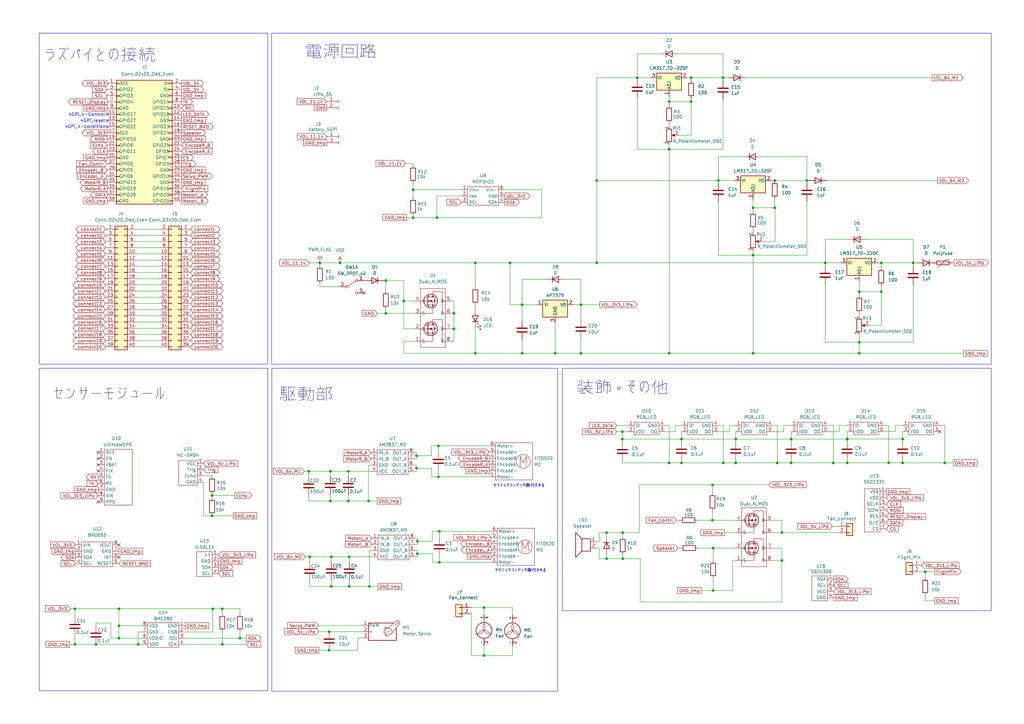
<source format=kicad_sch>
(kicad_sch (version 20230121) (generator eeschema)
  (paper "A3")
  (junction (at 274.447 189.865))
  (junction (at 214.122 144.907))
  (junction (at 171.196 227.076))
  (junction (at 379.476 234.442))
  (junction (at 308.864 85.217))
  (junction (at 86.995 211.582))
  (junction (at 165.608 123.444))
  (junction (at 255.27 177.038))
  (junction (at 317.754 85.217))
  (junction (at 180.213 230.632))
  (junction (at 48.768 249.682))
  (junction (at 158.242 115.062))
  (junction (at 308.864 144.907))
  (junction (at 274.447 41.656))
  (junction (at 127 228.346))
  (junction (at 347.472 180.0606))
  (junction (at 186.182 134.874))
  (junction (at 30.734 249.682))
  (junction (at 361.442 107.823))
  (junction (at 317.754 74.041))
  (junction (at 301.752 189.865))
  (junction (at 296.545 31.877))
  (junction (at 143.256 228.346))
  (junction (at 135.509 205.486))
  (junction (at 255.27 180.086))
  (junction (at 135.89 240.538))
  (junction (at 169.418 89.281))
  (junction (at 227.711 144.907))
  (junction (at 39.37 264.287))
  (junction (at 169.418 77.851))
  (junction (at 292.481 242.189))
  (junction (at 274.447 144.907))
  (junction (at 320.675 218.44))
  (junction (at 151.511 240.538))
  (junction (at 255.397 229.108))
  (junction (at 248.793 218.44))
  (junction (at 347.472 180.086))
  (junction (at 171.196 221.996))
  (junction (at 139.446 107.823))
  (junction (at 186.182 128.524))
  (junction (at 324.485 180.086))
  (junction (at 244.729 74.041))
  (junction (at 370.205 180.0606))
  (junction (at 198.501 249.174))
  (junction (at 274.447 61.214))
  (junction (at 91.186 264.287))
  (junction (at 131.191 107.823))
  (junction (at 179.832 195.58))
  (junction (at 347.472 189.8396))
  (junction (at 179.197 89.281))
  (junction (at 292.227 198.882))
  (junction (at 142.875 193.294))
  (junction (at 283.464 41.656))
  (junction (at 352.425 119.634))
  (junction (at 374.523 107.823))
  (junction (at 361.442 119.634))
  (junction (at 56.642 264.287))
  (junction (at 170.815 192.024))
  (junction (at 387.477 189.865))
  (junction (at 308.864 104.648))
  (junction (at 292.227 213.36))
  (junction (at 209.169 107.823))
  (junction (at 48.768 261.747))
  (junction (at 352.425 140.335))
  (junction (at 86.995 203.2))
  (junction (at 320.675 229.87))
  (junction (at 151.13 205.486))
  (junction (at 48.768 256.667))
  (junction (at 318.77 189.865))
  (junction (at 170.815 186.944))
  (junction (at 143.256 240.538))
  (junction (at 244.729 107.823))
  (junction (at 238.252 124.968))
  (junction (at 338.455 107.823))
  (junction (at 248.793 229.108))
  (junction (at 135.89 228.346))
  (junction (at 135.001 266.7))
  (junction (at 91.186 249.682))
  (junction (at 370.205 189.8396))
  (junction (at 283.464 31.877))
  (junction (at 296.672 189.865))
  (junction (at 324.485 189.865))
  (junction (at 214.122 124.968))
  (junction (at 198.501 268.859))
  (junction (at 30.734 264.287))
  (junction (at 279.527 189.865))
  (junction (at 158.242 128.524))
  (junction (at 294.64 74.041))
  (junction (at 179.832 182.88))
  (junction (at 180.213 217.932))
  (junction (at 194.945 144.907))
  (junction (at 364.49 189.8396))
  (junction (at 261.366 31.877))
  (junction (at 341.757 189.865))
  (junction (at 279.527 180.086))
  (junction (at 194.945 107.823))
  (junction (at 135.509 193.294))
  (junction (at 255.397 218.44))
  (junction (at 142.875 205.486))
  (junction (at 352.425 144.907))
  (junction (at 238.252 144.907))
  (junction (at 135.001 259.08))
  (junction (at 330.962 74.041))
  (junction (at 98.425 261.747))
  (junction (at 292.481 224.79))
  (junction (at 87.249 249.682))
  (junction (at 126.619 193.294))
  (junction (at 301.752 180.086))
  (no_connect (at 48.768 223.52))
  (no_connect (at 43.942 49.403))
  (no_connect (at 385.445 177.0126))
  (no_connect (at 40.259 193.167))
  (no_connect (at 40.259 185.547))
  (no_connect (at 40.259 188.087))
  (no_connect (at 40.259 205.867))
  (no_connect (at 43.942 51.943))
  (no_connect (at 40.259 190.627))
  (no_connect (at 48.768 228.6))
  (no_connect (at 149.352 120.142))
  (no_connect (at 43.942 46.863))
  (wire (pts (xy 170.815 186.944) (xy 170.815 188.214)))
  (wire (pts (xy 278.257 55.499) (xy 283.464 55.499)))
  (wire (pts (xy 214.122 139.192) (xy 214.122 144.907)))
  (wire (pts (xy 127 240.538) (xy 135.89 240.538)))
  (wire (pts (xy 370.205 189.865) (xy 387.477 189.865)))
  (wire (pts (xy 279.527 180.086) (xy 279.527 177.038)))
  (wire (pts (xy 296.545 40.767) (xy 296.545 61.214)))
  (wire (pts (xy 148.59 259.08) (xy 135.001 259.08)))
  (wire (pts (xy 274.447 39.497) (xy 274.447 41.656)))
  (wire (pts (xy 142.875 195.326) (xy 142.875 193.294)))
  (wire (pts (xy 146.685 261.62) (xy 148.59 261.62)))
  (wire (pts (xy 56.007 129.54) (xy 65.405 129.54)))
  (wire (pts (xy 171.196 227.076) (xy 177.419 227.076)))
  (wire (pts (xy 131.191 107.823) (xy 139.446 107.823)))
  (wire (pts (xy 341.376 215.9) (xy 343.408 215.9)))
  (wire (pts (xy 286.258 213.36) (xy 292.227 213.36)))
  (wire (pts (xy 370.205 181.2036) (xy 370.205 180.0606)))
  (wire (pts (xy 126.619 193.294) (xy 135.509 193.294)))
  (wire (pts (xy 126.873 107.823) (xy 131.191 107.823)))
  (wire (pts (xy 324.485 181.229) (xy 324.485 180.086)))
  (wire (pts (xy 154.813 128.524) (xy 158.242 128.524)))
  (wire (pts (xy 151.511 225.806) (xy 152.527 225.806)))
  (wire (pts (xy 338.455 98.171) (xy 338.455 107.823)))
  (wire (pts (xy 48.768 256.667) (xy 48.768 261.747)))
  (wire (pts (xy 270.637 22.098) (xy 261.366 22.098)))
  (wire (pts (xy 214.122 131.572) (xy 214.122 124.968)))
  (wire (pts (xy 210.185 249.174) (xy 198.501 249.174)))
  (wire (pts (xy 283.464 31.877) (xy 283.464 32.893)))
  (wire (pts (xy 56.007 124.46) (xy 65.405 124.46)))
  (wire (pts (xy 39.37 255.524) (xy 45.466 255.524)))
  (wire (pts (xy 75.819 261.747) (xy 98.425 261.747)))
  (wire (pts (xy 277.495 213.36) (xy 278.638 213.36)))
  (wire (pts (xy 131.191 107.823) (xy 131.191 108.839)))
  (wire (pts (xy 283.464 31.877) (xy 296.545 31.877)))
  (wire (pts (xy 376.047 107.823) (xy 374.523 107.823)))
  (wire (pts (xy 165.608 123.444) (xy 169.926 123.444)))
  (wire (pts (xy 91.186 264.287) (xy 100.965 264.287)))
  (wire (pts (xy 244.729 74.041) (xy 294.64 74.041)))
  (wire (pts (xy 151.13 205.486) (xy 154.686 205.486)))
  (wire (pts (xy 344.805 107.823) (xy 338.455 107.823)))
  (wire (pts (xy 320.675 246.888) (xy 320.675 229.87)))
  (wire (pts (xy 135.001 266.7) (xy 146.685 266.7)))
  (wire (pts (xy 75.819 259.207) (xy 87.249 259.207)))
  (wire (pts (xy 86.995 203.2) (xy 86.995 202.819)))
  (wire (pts (xy 179.832 195.58) (xy 200.66 195.58)))
  (wire (pts (xy 179.832 182.88) (xy 176.911 182.88)))
  (wire (pts (xy 177.038 192.024) (xy 177.038 195.58)))
  (wire (pts (xy 224.028 114.554) (xy 214.122 114.554)))
  (wire (pts (xy 278.13 224.79) (xy 278.892 224.79)))
  (wire (pts (xy 56.007 121.92) (xy 65.405 121.92)))
  (wire (pts (xy 286.512 224.79) (xy 292.481 224.79)))
  (wire (pts (xy 379.476 244.348) (xy 379.476 246.38)))
  (wire (pts (xy 390.525 107.823) (xy 391.287 107.823)))
  (wire (pts (xy 301.752 180.086) (xy 324.485 180.086)))
  (wire (pts (xy 294.64 104.648) (xy 294.64 82.677)))
  (wire (pts (xy 361.442 117.348) (xy 361.442 119.634)))
  (wire (pts (xy 177.292 217.932) (xy 177.292 221.996)))
  (wire (pts (xy 255.27 181.356) (xy 255.27 180.086)))
  (wire (pts (xy 352.425 137.287) (xy 352.425 140.335)))
  (wire (pts (xy 339.725 177.038) (xy 344.17 177.038)))
  (wire (pts (xy 180.213 230.632) (xy 201.422 230.632)))
  (wire (pts (xy 347.472 189.8396) (xy 364.49 189.8396)))
  (wire (pts (xy 194.945 144.907) (xy 214.122 144.907)))
  (wire (pts (xy 56.007 99.06) (xy 65.405 99.06)))
  (wire (pts (xy 261.366 61.214) (xy 261.366 40.386)))
  (wire (pts (xy 274.447 144.907) (xy 308.864 144.907)))
  (wire (pts (xy 324.485 188.849) (xy 324.485 189.865)))
  (wire (pts (xy 177.419 227.076) (xy 177.419 230.632)))
  (wire (pts (xy 56.007 137.16) (xy 65.405 137.16)))
  (wire (pts (xy 185.166 139.954) (xy 186.182 139.954)))
  (wire (pts (xy 151.13 190.754) (xy 152.146 190.754)))
  (wire (pts (xy 352.425 119.634) (xy 352.425 121.031)))
  (wire (pts (xy 146.685 266.7) (xy 146.685 261.62)))
  (wire (pts (xy 56.007 96.52) (xy 65.405 96.52)))
  (wire (pts (xy 166.751 89.281) (xy 166.751 89.154)))
  (wire (pts (xy 317.754 74.041) (xy 330.962 74.041)))
  (wire (pts (xy 352.425 144.907) (xy 395.224 144.907)))
  (wire (pts (xy 238.252 124.968) (xy 238.252 131.191)))
  (wire (pts (xy 292.481 242.189) (xy 292.481 237.363)))
  (wire (pts (xy 274.447 189.865) (xy 279.527 189.865)))
  (wire (pts (xy 316.865 229.87) (xy 320.675 229.87)))
  (wire (pts (xy 124.841 193.294) (xy 126.619 193.294)))
  (wire (pts (xy 135.509 202.946) (xy 135.509 205.486)))
  (wire (pts (xy 143.256 237.998) (xy 143.256 240.538)))
  (wire (pts (xy 279.527 189.865) (xy 296.672 189.865)))
  (wire (pts (xy 48.768 261.747) (xy 58.039 261.747)))
  (wire (pts (xy 127 230.505) (xy 127 228.346)))
  (wire (pts (xy 347.472 180.086) (xy 347.472 180.0606)))
  (wire (pts (xy 292.227 198.882) (xy 292.227 202.057)))
  (wire (pts (xy 255.397 219.964) (xy 255.397 218.44)))
  (wire (pts (xy 209.169 107.823) (xy 244.729 107.823)))
  (wire (pts (xy 179.832 182.88) (xy 200.66 182.88)))
  (wire (pts (xy 169.418 89.281) (xy 179.197 89.281)))
  (wire (pts (xy 274.447 41.656) (xy 283.464 41.656)))
  (wire (pts (xy 158.242 126.873) (xy 158.242 128.524)))
  (wire (pts (xy 151.511 240.538) (xy 155.067 240.538)))
  (wire (pts (xy 56.007 93.98) (xy 65.405 93.98)))
  (wire (pts (xy 158.242 119.253) (xy 158.242 115.062)))
  (wire (pts (xy 83.439 195.199) (xy 86.995 195.199)))
  (wire (pts (xy 83.439 211.582) (xy 83.439 197.739)))
  (wire (pts (xy 198.501 249.174) (xy 198.501 251.968)))
  (wire (pts (xy 56.007 134.62) (xy 65.405 134.62)))
  (wire (pts (xy 210.185 249.174) (xy 210.185 252.095)))
  (wire (pts (xy 312.42 64.262) (xy 330.962 64.262)))
  (wire (pts (xy 283.464 40.513) (xy 283.464 41.656)))
  (wire (pts (xy 169.926 134.874) (xy 165.608 134.874)))
  (wire (pts (xy 214.122 124.968) (xy 220.091 124.968)))
  (wire (pts (xy 370.205 180.0606) (xy 370.205 177.0126)))
  (wire (pts (xy 165.608 139.954) (xy 165.608 144.907)))
  (wire (pts (xy 39.37 264.287) (xy 56.642 264.287)))
  (wire (pts (xy 248.793 229.108) (xy 255.397 229.108)))
  (wire (pts (xy 194.945 107.823) (xy 209.169 107.823)))
  (wire (pts (xy 361.442 119.634) (xy 361.442 133.477)))
  (wire (pts (xy 171.196 221.996) (xy 171.196 223.266)))
  (wire (pts (xy 308.864 85.217) (xy 317.754 85.217)))
  (wire (pts (xy 143.256 240.538) (xy 151.511 240.538)))
  (wire (pts (xy 255.27 180.086) (xy 279.527 180.086)))
  (wire (pts (xy 274.447 41.656) (xy 274.447 43.053)))
  (wire (pts (xy 126.619 203.073) (xy 126.619 205.486)))
  (wire (pts (xy 176.911 182.88) (xy 176.911 186.944)))
  (wire (pts (xy 48.768 249.682) (xy 87.249 249.682)))
  (wire (pts (xy 180.213 217.932) (xy 177.292 217.932)))
  (wire (pts (xy 248.793 218.44) (xy 255.397 218.44)))
  (wire (pts (xy 86.995 211.582) (xy 83.439 211.582)))
  (wire (pts (xy 318.77 174.498) (xy 316.992 174.498)))
  (wire (pts (xy 296.545 22.098) (xy 296.545 31.877)))
  (wire (pts (xy 262.255 198.882) (xy 262.255 218.44)))
  (wire (pts (xy 209.169 124.968) (xy 214.122 124.968)))
  (wire (pts (xy 244.729 107.823) (xy 338.455 107.823)))
  (wire (pts (xy 330.962 64.262) (xy 330.962 74.041)))
  (wire (pts (xy 130.81 266.7) (xy 135.001 266.7)))
  (wire (pts (xy 171.196 228.346) (xy 170.307 228.346)))
  (wire (pts (xy 244.729 31.877) (xy 261.366 31.877)))
  (wire (pts (xy 194.945 126.873) (xy 194.945 125.222)))
  (wire (pts (xy 255.27 189.865) (xy 274.447 189.865)))
  (wire (pts (xy 30.734 249.682) (xy 48.768 249.682)))
  (wire (pts (xy 151.13 190.754) (xy 151.13 205.486)))
  (wire (pts (xy 238.252 114.554) (xy 238.252 124.968)))
  (wire (pts (xy 171.196 225.806) (xy 171.196 227.076)))
  (wire (pts (xy 301.752 189.865) (xy 318.77 189.865)))
  (wire (pts (xy 341.757 174.498) (xy 339.725 174.498)))
  (wire (pts (xy 292.481 242.189) (xy 300.482 242.189)))
  (wire (pts (xy 86.995 203.2) (xy 96.266 203.2)))
  (wire (pts (xy 227.711 132.588) (xy 227.711 144.907)))
  (wire (pts (xy 142.875 202.946) (xy 142.875 205.486)))
  (wire (pts (xy 344.17 174.4726) (xy 347.472 174.4726)))
  (wire (pts (xy 294.767 177.038) (xy 299.212 177.038)))
  (wire (pts (xy 344.17 177.038) (xy 344.17 174.4726)))
  (wire (pts (xy 165.608 115.062) (xy 165.608 123.444)))
  (wire (pts (xy 261.366 31.877) (xy 266.827 31.877)))
  (wire (pts (xy 308.864 104.648) (xy 330.962 104.648)))
  (wire (pts (xy 91.186 249.682) (xy 98.425 249.682)))
  (wire (pts (xy 98.425 261.747) (xy 101.092 261.747)))
  (wire (pts (xy 255.397 229.108) (xy 262.636 229.108)))
  (wire (pts (xy 301.244 74.041) (xy 294.64 74.041)))
  (wire (pts (xy 316.484 74.041) (xy 317.754 74.041)))
  (wire (pts (xy 361.442 107.823) (xy 374.523 107.823)))
  (wire (pts (xy 30.734 249.682) (xy 30.734 253.111)))
  (wire (pts (xy 245.745 224.79) (xy 245.745 229.108)))
  (wire (pts (xy 347.472 180.0606) (xy 370.205 180.0606)))
  (wire (pts (xy 87.249 259.207) (xy 87.249 249.682)))
  (wire (pts (xy 320.675 218.44) (xy 320.675 213.36)))
  (wire (pts (xy 45.466 255.524) (xy 45.466 261.747)))
  (wire (pts (xy 245.999 124.968) (xy 238.252 124.968)))
  (wire (pts (xy 245.745 218.44) (xy 245.745 222.25)))
  (wire (pts (xy 244.729 31.877) (xy 244.729 74.041)))
  (wire (pts (xy 379.476 234.442) (xy 383.413 234.442)))
  (wire (pts (xy 379.476 234.442) (xy 379.476 236.728)))
  (wire (pts (xy 338.455 140.335) (xy 352.425 140.335)))
  (wire (pts (xy 75.819 264.287) (xy 91.186 264.287)))
  (wire (pts (xy 308.864 81.661) (xy 308.864 85.217)))
  (wire (pts (xy 317.754 85.217) (xy 317.881 85.217)))
  (wire (pts (xy 308.864 144.907) (xy 352.425 144.907)))
  (wire (pts (xy 238.252 124.968) (xy 235.331 124.968)))
  (wire (pts (xy 56.007 116.84) (xy 65.405 116.84)))
  (wire (pts (xy 56.007 119.38) (xy 65.405 119.38)))
  (wire (pts (xy 28.956 249.682) (xy 30.734 249.682)))
  (wire (pts (xy 330.962 74.041) (xy 331.724 74.041)))
  (wire (pts (xy 387.4516 174.4726) (xy 387.477 189.865)))
  (wire (pts (xy 179.832 193.04) (xy 179.832 195.58)))
  (wire (pts (xy 308.864 102.87) (xy 308.864 104.648)))
  (wire (pts (xy 320.675 224.79) (xy 316.865 224.79)))
  (wire (pts (xy 131.191 107.823) (xy 131.191 107.569)))
  (wire (pts (xy 75.946 256.667) (xy 75.819 256.667)))
  (wire (pts (xy 244.729 74.041) (xy 244.729 107.823)))
  (wire (pts (xy 367.157 174.4726) (xy 370.205 174.4726)))
  (wire (pts (xy 330.962 82.677) (xy 330.962 104.648)))
  (wire (pts (xy 45.466 261.747) (xy 48.768 261.747)))
  (wire (pts (xy 169.926 139.954) (xy 165.608 139.954)))
  (wire (pts (xy 135.509 193.294) (xy 142.875 193.294)))
  (wire (pts (xy 179.197 89.281) (xy 222.123 89.281)))
  (wire (pts (xy 274.447 59.309) (xy 274.447 61.214)))
  (wire (pts (xy 171.196 225.806) (xy 170.307 225.806)))
  (wire (pts (xy 170.815 186.944) (xy 176.911 186.944)))
  (wire (pts (xy 177.419 230.632) (xy 180.213 230.632)))
  (wire (pts (xy 56.007 114.3) (xy 65.405 114.3)))
  (wire (pts (xy 245.745 218.44) (xy 248.793 218.44)))
  (wire (pts (xy 301.752 188.849) (xy 301.752 189.865)))
  (wire (pts (xy 127 228.346) (xy 135.89 228.346)))
  (wire (pts (xy 324.485 180.086) (xy 324.485 177.038)))
  (wire (pts (xy 274.447 51.689) (xy 274.447 50.673)))
  (wire (pts (xy 356.235 133.477) (xy 361.442 133.477)))
  (wire (pts (xy 294.64 104.648) (xy 308.864 104.648)))
  (wire (pts (xy 135.509 195.326) (xy 135.509 193.294)))
  (wire (pts (xy 177.038 195.58) (xy 179.832 195.58)))
  (wire (pts (xy 276.987 174.498) (xy 279.527 174.498)))
  (wire (pts (xy 252.984 174.498) (xy 257.556 174.498)))
  (wire (pts (xy 171.196 228.346) (xy 171.196 227.076)))
  (wire (pts (xy 91.186 249.682) (xy 91.186 251.587)))
  (wire (pts (xy 385.445 174.4726) (xy 387.4516 174.4726)))
  (wire (pts (xy 316.865 218.44) (xy 320.675 218.44)))
  (wire (pts (xy 56.007 104.14) (xy 65.405 104.14)))
  (wire (pts (xy 157.48 115.062) (xy 158.242 115.062)))
  (wire (pts (xy 56.007 101.6) (xy 65.405 101.6)))
  (wire (pts (xy 149.352 115.062) (xy 149.86 115.062)))
  (wire (pts (xy 170.815 185.674) (xy 169.926 185.674)))
  (wire (pts (xy 193.294 251.714) (xy 193.294 268.859)))
  (wire (pts (xy 321.437 177.038) (xy 321.437 174.498)))
  (wire (pts (xy 48.768 249.682) (xy 48.768 256.667)))
  (wire (pts (xy 169.418 67.056) (xy 169.418 67.691)))
  (wire (pts (xy 171.196 221.996) (xy 177.292 221.996)))
  (wire (pts (xy 274.447 174.498) (xy 274.447 189.865)))
  (wire (pts (xy 294.64 74.041) (xy 294.64 75.057)))
  (wire (pts (xy 169.418 88.519) (xy 169.418 89.281)))
  (wire (pts (xy 98.425 259.207) (xy 98.425 261.747)))
  (wire (pts (xy 317.881 85.217) (xy 317.881 99.06)))
  (wire (pts (xy 186.182 123.444) (xy 186.182 128.524)))
  (wire (pts (xy 341.757 174.498) (xy 341.757 189.865)))
  (wire (pts (xy 255.27 177.038) (xy 255.27 180.086)))
  (wire (pts (xy 318.77 189.865) (xy 324.485 189.865)))
  (wire (pts (xy 169.418 75.311) (xy 169.418 77.851)))
  (wire (pts (xy 179.832 185.42) (xy 179.832 182.88)))
  (wire (pts (xy 308.864 104.648) (xy 308.864 144.907)))
  (wire (pts (xy 347.726 98.171) (xy 338.455 98.171)))
  (wire (pts (xy 352.425 119.634) (xy 361.442 119.634)))
  (wire (pts (xy 165.608 123.444) (xy 165.608 134.874)))
  (wire (pts (xy 282.067 31.877) (xy 283.464 31.877)))
  (wire (pts (xy 56.007 106.68) (xy 65.405 106.68)))
  (wire (pts (xy 352.425 115.443) (xy 352.425 119.634)))
  (wire (pts (xy 383.286 246.38) (xy 379.476 246.38)))
  (wire (pts (xy 296.672 174.498) (xy 296.672 189.865)))
  (wire (pts (xy 139.446 107.823) (xy 194.945 107.823)))
  (wire (pts (xy 347.472 189.865) (xy 347.472 189.8396)))
  (wire (pts (xy 135.001 259.08) (xy 130.81 259.08)))
  (wire (pts (xy 374.523 107.823) (xy 374.523 109.22)))
  (wire (pts (xy 56.642 264.287) (xy 56.642 259.207)))
  (wire (pts (xy 255.397 218.44) (xy 262.255 218.44)))
  (wire (pts (xy 56.007 109.22) (xy 65.405 109.22)))
  (wire (pts (xy 255.27 177.038) (xy 257.556 177.038)))
  (wire (pts (xy 383.667 107.823) (xy 382.905 107.823)))
  (wire (pts (xy 130.683 256.54) (xy 148.59 256.54)))
  (wire (pts (xy 283.464 41.656) (xy 283.464 55.499)))
  (wire (pts (xy 244.729 222.25) (xy 245.745 222.25)))
  (wire (pts (xy 165.608 144.907) (xy 194.945 144.907)))
  (wire (pts (xy 30.734 260.731) (xy 30.734 264.287)))
  (wire (pts (xy 135.89 230.378) (xy 135.89 228.346)))
  (wire (pts (xy 135.509 205.486) (xy 142.875 205.486)))
  (wire (pts (xy 292.227 198.755) (xy 315.341 198.755)))
  (wire (pts (xy 304.8 64.262) (xy 294.64 64.262)))
  (wire (pts (xy 338.455 107.823) (xy 338.455 109.093)))
  (wire (pts (xy 255.397 227.584) (xy 255.397 229.108)))
  (wire (pts (xy 296.545 22.098) (xy 278.257 22.098)))
  (wire (pts (xy 91.186 259.207) (xy 91.186 264.287)))
  (wire (pts (xy 135.89 240.538) (xy 143.256 240.538)))
  (wire (pts (xy 28.575 264.287) (xy 30.734 264.287)))
  (wire (pts (xy 292.227 198.882) (xy 292.227 198.755)))
  (wire (pts (xy 292.227 213.36) (xy 301.625 213.36)))
  (wire (pts (xy 135.89 228.346) (xy 143.256 228.346)))
  (wire (pts (xy 252.984 177.038) (xy 255.27 177.038)))
  (wire (pts (xy 179.197 80.391) (xy 179.197 89.281)))
  (wire (pts (xy 56.642 259.207) (xy 58.039 259.207)))
  (wire (pts (xy 320.675 213.36) (xy 316.865 213.36)))
  (wire (pts (xy 194.945 134.493) (xy 194.945 144.907)))
  (wire (pts (xy 299.212 174.498) (xy 301.752 174.498)))
  (wire (pts (xy 387.477 189.865) (xy 391.033 189.865)))
  (wire (pts (xy 339.344 74.041) (xy 384.556 74.041)))
  (wire (pts (xy 364.49 174.4726) (xy 364.49 189.8396)))
  (wire (pts (xy 198.501 249.174) (xy 193.294 249.174)))
  (wire (pts (xy 261.366 32.766) (xy 261.366 31.877)))
  (wire (pts (xy 227.711 144.907) (xy 238.252 144.907)))
  (wire (pts (xy 300.482 229.87) (xy 300.482 242.189)))
  (wire (pts (xy 171.196 220.726) (xy 170.307 220.726)))
  (wire (pts (xy 255.27 188.976) (xy 255.27 189.865)))
  (wire (pts (xy 297.18 218.44) (xy 301.625 218.44)))
  (wire (pts (xy 300.482 229.87) (xy 301.625 229.87)))
  (wire (pts (xy 171.196 221.996) (xy 171.196 220.726)))
  (wire (pts (xy 170.815 193.294) (xy 169.926 193.294)))
  (wire (pts (xy 262.636 229.108) (xy 262.636 246.888)))
  (wire (pts (xy 248.793 218.44) (xy 248.793 219.964)))
  (wire (pts (xy 355.346 98.171) (xy 374.523 98.171)))
  (wire (pts (xy 209.169 107.823) (xy 209.169 124.968)))
  (wire (pts (xy 186.182 128.524) (xy 186.182 134.874)))
  (wire (pts (xy 143.256 228.346) (xy 152.527 228.346)))
  (wire (pts (xy 56.007 127) (xy 65.405 127)))
  (wire (pts (xy 238.252 138.811) (xy 238.252 144.907)))
  (wire (pts (xy 362.712 177.0126) (xy 367.157 177.0126)))
  (wire (pts (xy 186.182 134.874) (xy 185.166 134.874)))
  (wire (pts (xy 276.987 174.498) (xy 276.987 177.038)))
  (wire (pts (xy 262.636 246.888) (xy 320.675 246.888)))
  (wire (pts (xy 170.815 190.754) (xy 170.815 192.024)))
  (wire (pts (xy 151.511 225.806) (xy 151.511 240.538)))
  (wire (pts (xy 158.242 115.062) (xy 165.608 115.062)))
  (wire (pts (xy 238.252 144.907) (xy 274.447 144.907)))
  (wire (pts (xy 374.523 98.171) (xy 374.523 107.823)))
  (wire (pts (xy 301.752 180.086) (xy 301.752 177.038)))
  (wire (pts (xy 347.472 180.0606) (xy 347.472 177.0126)))
  (wire (pts (xy 210.185 268.859) (xy 210.185 264.795)))
  (wire (pts (xy 170.815 192.024) (xy 177.038 192.024)))
  (wire (pts (xy 312.674 99.06) (xy 317.881 99.06)))
  (wire (pts (xy 186.182 128.524) (xy 185.166 128.524)))
  (wire (pts (xy 292.227 209.677) (xy 292.227 213.36)))
  (wire (pts (xy 279.527 181.229) (xy 279.527 180.086)))
  (wire (pts (xy 361.442 107.823) (xy 361.442 109.728)))
  (wire (pts (xy 338.455 140.335) (xy 338.455 116.713)))
  (wire (pts (xy 374.523 116.84) (xy 374.523 140.335)))
  (wire (pts (xy 56.007 111.76) (xy 65.405 111.76)))
  (wire (pts (xy 364.49 189.8396) (xy 370.205 189.8396)))
  (wire (pts (xy 166.751 89.281) (xy 169.418 89.281)))
  (wire (pts (xy 301.752 181.229) (xy 301.752 180.086)))
  (wire (pts (xy 292.481 224.79) (xy 292.481 229.743)))
  (wire (pts (xy 287.528 242.189) (xy 292.481 242.189)))
  (wire (pts (xy 367.157 177.0126) (xy 367.157 174.4726)))
  (wire (pts (xy 143.256 230.378) (xy 143.256 228.346)))
  (wire (pts (xy 317.754 81.661) (xy 317.754 85.217)))
  (wire (pts (xy 198.501 264.668) (xy 198.501 268.859)))
  (wire (pts (xy 158.242 128.524) (xy 169.926 128.524)))
  (wire (pts (xy 170.815 188.214) (xy 169.926 188.214)))
  (wire (pts (xy 352.425 129.667) (xy 352.425 128.651)))
  (wire (pts (xy 39.37 256.667) (xy 39.37 255.524)))
  (wire (pts (xy 274.447 61.214) (xy 274.447 144.907)))
  (wire (pts (xy 279.527 188.849) (xy 279.527 189.865)))
  (wire (pts (xy 320.675 218.44) (xy 343.408 218.44)))
  (wire (pts (xy 352.425 140.335) (xy 374.523 140.335)))
  (wire (pts (xy 296.672 189.865) (xy 301.752 189.865)))
  (wire (pts (xy 207.01 77.851) (xy 222.123 77.851)))
  (wire (pts (xy 125.222 228.346) (xy 127 228.346)))
  (wire (pts (xy 170.815 193.294) (xy 170.815 192.024)))
  (wire (pts (xy 189.23 80.391) (xy 179.197 80.391)))
  (wire (pts (xy 169.418 77.851) (xy 169.418 80.899)))
  (wire (pts (xy 214.122 114.554) (xy 214.122 124.968)))
  (wire (pts (xy 306.07 31.877) (xy 382.27 31.877)))
  (wire (pts (xy 360.045 107.823) (xy 361.442 107.823)))
  (wire (pts (xy 170.815 190.754) (xy 169.926 190.754)))
  (wire (pts (xy 127 238.125) (xy 127 240.538)))
  (wire (pts (xy 370.205 189.865) (xy 370.205 189.8396)))
  (wire (pts (xy 321.437 174.498) (xy 324.485 174.498)))
  (wire (pts (xy 244.729 224.79) (xy 245.745 224.79)))
  (wire (pts (xy 193.294 268.859) (xy 198.501 268.859)))
  (wire (pts (xy 180.213 217.932) (xy 201.422 217.932)))
  (wire (pts (xy 142.875 193.294) (xy 152.146 193.294)))
  (wire (pts (xy 324.485 180.086) (xy 347.472 180.086)))
  (wire (pts (xy 324.485 189.865) (xy 341.757 189.865)))
  (wire (pts (xy 56.007 139.7) (xy 65.405 139.7)))
  (wire (pts (xy 186.182 134.874) (xy 186.182 139.954)))
  (wire (pts (xy 308.864 85.217) (xy 308.864 86.614)))
  (wire (pts (xy 131.191 117.602) (xy 131.191 116.459)))
  (wire (pts (xy 171.196 223.266) (xy 170.307 223.266)))
  (wire (pts (xy 262.255 198.882) (xy 292.227 198.882)))
  (wire (pts (xy 186.182 123.444) (xy 185.166 123.444)))
  (wire (pts (xy 318.77 174.498) (xy 318.77 189.865)))
  (wire (pts (xy 56.642 264.287) (xy 58.039 264.287)))
  (wire (pts (xy 292.481 224.79) (xy 301.625 224.79)))
  (wire (pts (xy 245.745 229.108) (xy 248.793 229.108)))
  (wire (pts (xy 296.545 31.877) (xy 298.45 31.877)))
  (wire (pts (xy 299.212 177.038) (xy 299.212 174.498)))
  (wire (pts (xy 248.793 229.108) (xy 248.793 227.584)))
  (wire (pts (xy 135.89 237.998) (xy 135.89 240.538)))
  (wire (pts (xy 30.734 264.287) (xy 39.37 264.287)))
  (wire (pts (xy 131.191 117.602) (xy 139.192 117.602)))
  (wire (pts (xy 56.007 142.24) (xy 65.405 142.24)))
  (wire (pts (xy 296.545 31.877) (xy 296.545 33.147)))
  (wire (pts (xy 261.366 22.098) (xy 261.366 31.877)))
  (wire (pts (xy 180.213 228.092) (xy 180.213 230.632)))
  (wire (pts (xy 222.123 77.851) (xy 222.123 89.281)))
  (wire (pts (xy 316.992 177.038) (xy 321.437 177.038)))
  (wire (pts (xy 294.64 74.041) (xy 294.64 64.262)))
  (wire (pts (xy 170.815 186.944) (xy 170.815 185.674)))
  (wire (pts (xy 56.007 132.08) (xy 65.405 132.08)))
  (wire (pts (xy 279.527 180.086) (xy 301.752 180.086)))
  (wire (pts (xy 330.962 74.041) (xy 330.962 75.057)))
  (wire (pts (xy 261.366 61.214) (xy 274.447 61.214)))
  (wire (pts (xy 214.122 144.907) (xy 227.711 144.907)))
  (wire (pts (xy 364.49 174.4726) (xy 362.712 174.4726)))
  (wire (pts (xy 86.995 203.962) (xy 86.995 203.2)))
  (wire (pts (xy 180.213 220.472) (xy 180.213 217.932)))
  (wire (pts (xy 308.864 95.25) (xy 308.864 94.234)))
  (wire (pts (xy 272.796 177.038) (xy 276.987 177.038)))
  (wire (pts (xy 126.619 205.486) (xy 135.509 205.486)))
  (wire (pts (xy 347.472 181.2036) (xy 347.472 180.086)))
  (wire (pts (xy 341.757 189.865) (xy 347.472 189.865)))
  (wire (pts (xy 48.768 256.667) (xy 58.039 256.667)))
  (wire (pts (xy 98.425 249.682) (xy 98.425 251.587)))
  (wire (pts (xy 95.631 211.582) (xy 86.995 211.582)))
  (wire (pts (xy 142.875 205.486) (xy 151.13 205.486)))
  (wire (pts (xy 379.476 234.442) (xy 377.952 234.442)))
  (wire (pts (xy 370.205 188.8236) (xy 370.205 189.8396)))
  (wire (pts (xy 274.447 61.214) (xy 296.545 61.214)))
  (wire (pts (xy 231.648 114.554) (xy 238.252 114.554)))
  (wire (pts (xy 296.672 174.498) (xy 294.767 174.498)))
  (wire (pts (xy 198.501 268.859) (xy 210.185 268.859)))
  (wire (pts (xy 169.418 77.851) (xy 189.23 77.851)))
  (wire (pts (xy 87.249 249.682) (xy 91.186 249.682)))
  (wire (pts (xy 274.447 174.498) (xy 272.796 174.498)))
  (wire (pts (xy 347.472 188.8236) (xy 347.472 189.8396)))
  (wire (pts (xy 352.425 140.335) (xy 352.425 144.907)))
  (wire (pts (xy 166.37 67.056) (xy 169.418 67.056)))
  (wire (pts (xy 194.945 117.602) (xy 194.945 107.823)))
  (wire (pts (xy 126.619 195.453) (xy 126.619 193.294)))
  (wire (pts (xy 320.675 229.87) (xy 320.675 224.79)))
  (rectangle (start 16.129 151.003) (end 109.855 283.337))
  (rectangle (start 230.632 151.003) (end 406.527 250.444))
  (rectangle (start 16.129 13.589) (end 109.855 149.352))
  (rectangle (start 111.379 13.589) (end 406.527 149.352))
  (rectangle (start 111.506 151.003) (end 228.727 283.464))
  (text "電源回路" (at 124.968 24.511 0) (effects (font (size 5 5)) (justify left bottom)))
  (text "装飾・その他" (at 236.347 162.306 0) (effects (font (size 5 5)) (justify left bottom)))
  (text "センサーモジュール" (at 21.082 164.846 0) (effects (font (size 5 5)) (justify left bottom)))
  (text "駆動部" (at 114.427 165.1 0) (effects (font (size 5 5)) (justify left bottom)))
  (text "4GPi_V-Control" (at 28.067 47.879 0) (effects (font (size 1.27 1.27)) (justify left bottom)))
  (text "セラミックコンデンサ直付けする" (at 202.184 200.025 0) (effects (font (size 1.27 1.27)) (justify left bottom)))
  (text "セラミックコンデンサ直付けする" (at 202.819 234.823 0) (effects (font (size 1.27 1.27)) (justify left bottom)))
  (text "4GPi_V-condition" (at 26.416 52.832 0) (effects (font (size 1.27 1.27)) (justify left bottom)))
  (text "ラズパイとの接続" (at 17.78 25.908 0) (effects (font (size 5 5)) (justify left bottom)))
  (text "4GPi_reset" (at 32.893 50.419 0) (effects (font (size 1.27 1.27)) (justify left bottom)))
  (global_label "VOL_3V3_LiPo" (shape input) (at 315.341 198.755 0) (property "Intersheetrefs" "${INTERSHEET_REFS}" (effects hide)))
  (global_label "connect14" (shape tri_state) (at 43.307 127 180) (property "Intersheetrefs" "${INTERSHEET_REFS}" (effects hide)))
  (global_label "connect17" (shape tri_state) (at 78.105 134.62 0) (property "Intersheetrefs" "${INTERSHEET_REFS}" (effects hide)))
  (global_label "TX" (shape output) (at 74.422 41.783 0) (property "Intersheetrefs" "${INTERSHEET_REFS}" (effects hide)))
  (global_label "GND_tmp" (shape passive) (at 95.631 211.582 0) (property "Intersheetrefs" "${INTERSHEET_REFS}" (effects hide)))
  (global_label "MotorL_B" (shape input) (at 152.527 223.266 180) (property "Intersheetrefs" "${INTERSHEET_REFS}" (effects hide)))
  (global_label "connect4" (shape tri_state) (at 78.105 101.6 0) (property "Intersheetrefs" "${INTERSHEET_REFS}" (effects hide)))
  (global_label "connect7" (shape tri_state) (at 43.307 109.22 180) (property "Intersheetrefs" "${INTERSHEET_REFS}" (effects hide)))
  (global_label "SDA" (shape output) (at 207.01 82.931 0) (property "Intersheetrefs" "${INTERSHEET_REFS}" (effects hide)))
  (global_label "VOL_5V_LiPo" (shape input) (at 341.376 215.9 180) (property "Intersheetrefs" "${INTERSHEET_REFS}" (effects hide)))
  (global_label "connect1" (shape tri_state) (at 78.105 93.98 0) (property "Intersheetrefs" "${INTERSHEET_REFS}" (effects hide)))
  (global_label "connect7" (shape tri_state) (at 78.105 109.22 0) (property "Intersheetrefs" "${INTERSHEET_REFS}" (effects hide)))
  (global_label "VOL_5V" (shape output) (at 74.422 36.703 0) (property "Intersheetrefs" "${INTERSHEET_REFS}" (effects hide)))
  (global_label "TX" (shape input) (at 40.259 198.247 180) (property "Intersheetrefs" "${INTERSHEET_REFS}" (effects hide)))
  (global_label "VOL_3V3" (shape output) (at 43.942 54.483 180) (property "Intersheetrefs" "${INTERSHEET_REFS}" (effects hide)))
  (global_label "connect19" (shape tri_state) (at 78.105 139.7 0) (property "Intersheetrefs" "${INTERSHEET_REFS}" (effects hide)))
  (global_label "VOL_5V_LiPo" (shape output) (at 391.287 107.823 0) (property "Intersheetrefs" "${INTERSHEET_REFS}" (effects hide)))
  (global_label "RESET_BNO" (shape output) (at 74.422 51.943 0) (property "Intersheetrefs" "${INTERSHEET_REFS}" (effects hide)))
  (global_label "VOL_6V_M2" (shape output) (at 384.556 74.041 0) (property "Intersheetrefs" "${INTERSHEET_REFS}" (effects hide)))
  (global_label "FlightPin" (shape input) (at 74.422 77.343 0) (property "Intersheetrefs" "${INTERSHEET_REFS}" (effects hide)))
  (global_label "VOL_3V3_LiPo" (shape input) (at 201.422 220.472 180) (property "Intersheetrefs" "${INTERSHEET_REFS}" (effects hide)))
  (global_label "Speaker" (shape output) (at 74.422 54.483 0) (property "Intersheetrefs" "${INTERSHEET_REFS}" (effects hide)))
  (global_label "GND_tmp" (shape passive) (at 200.66 193.04 180) (property "Intersheetrefs" "${INTERSHEET_REFS}" (effects hide)))
  (global_label "VOL_3V3_LiPo" (shape input) (at 89.535 227.584 0) (property "Intersheetrefs" "${INTERSHEET_REFS}" (effects hide)))
  (global_label "connect15" (shape tri_state) (at 78.105 129.54 0) (property "Intersheetrefs" "${INTERSHEET_REFS}" (effects hide)))
  (global_label "VOL_6V_M1" (shape output) (at 382.27 31.877 0) (property "Intersheetrefs" "${INTERSHEET_REFS}" (effects hide)))
  (global_label "GND_tmp" (shape passive) (at 341.884 245.11 0) (property "Intersheetrefs" "${INTERSHEET_REFS}" (effects hide)))
  (global_label "connect10" (shape tri_state) (at 43.307 116.84 180) (property "Intersheetrefs" "${INTERSHEET_REFS}" (effects hide)))
  (global_label "GND_tmp" (shape passive) (at 74.422 39.243 0) (property "Intersheetrefs" "${INTERSHEET_REFS}" (effects hide)))
  (global_label "VOL_3V3_LiPo" (shape input) (at 200.66 185.42 180) (property "Intersheetrefs" "${INTERSHEET_REFS}" (effects hide)))
  (global_label "MOSI" (shape output) (at 43.942 57.023 180) (property "Intersheetrefs" "${INTERSHEET_REFS}" (effects hide)))
  (global_label "GND_tmp" (shape passive) (at 363.474 201.676 0) (property "Intersheetrefs" "${INTERSHEET_REFS}" (effects hide)))
  (global_label "connect8" (shape tri_state) (at 43.307 111.76 180) (property "Intersheetrefs" "${INTERSHEET_REFS}" (effects hide)))
  (global_label "GND_tmp" (shape passive) (at 43.942 64.643 180) (property "Intersheetrefs" "${INTERSHEET_REFS}" (effects hide)))
  (global_label "CLK" (shape input) (at 363.474 206.756 0) (property "Intersheetrefs" "${INTERSHEET_REFS}" (effects hide)))
  (global_label "MotorR_A" (shape input) (at 152.146 185.674 180) (property "Intersheetrefs" "${INTERSHEET_REFS}" (effects hide)))
  (global_label "GND_tmp" (shape passive) (at 395.224 144.907 0) (property "Intersheetrefs" "${INTERSHEET_REFS}" (effects hide)))
  (global_label "GND_tmp" (shape passive) (at 134.112 58.547 180) (property "Intersheetrefs" "${INTERSHEET_REFS}" (effects hide)))
  (global_label "GND_tmp" (shape passive) (at 28.575 264.287 180) (property "Intersheetrefs" "${INTERSHEET_REFS}" (effects hide)))
  (global_label "GND_tmp" (shape passive) (at 391.033 189.865 0) (property "Intersheetrefs" "${INTERSHEET_REFS}" (effects hide)))
  (global_label "Fan_Contrl" (shape input) (at 277.495 213.36 180) (property "Intersheetrefs" "${INTERSHEET_REFS}" (effects hide)))
  (global_label "VOL_3V3" (shape input) (at 28.956 249.682 180) (property "Intersheetrefs" "${INTERSHEET_REFS}" (effects hide)))
  (global_label "GND_tmp" (shape passive) (at 74.422 57.023 0) (property "Intersheetrefs" "${INTERSHEET_REFS}" (effects hide)))
  (global_label "connect8" (shape tri_state) (at 78.105 111.76 0) (property "Intersheetrefs" "${INTERSHEET_REFS}" (effects hide)))
  (global_label "EncodeL_B" (shape input) (at 43.942 69.723 180) (property "Intersheetrefs" "${INTERSHEET_REFS}" (effects hide)))
  (global_label "connect5" (shape tri_state) (at 43.307 104.14 180) (property "Intersheetrefs" "${INTERSHEET_REFS}" (effects hide)))
  (global_label "connect9" (shape tri_state) (at 43.307 114.3 180) (property "Intersheetrefs" "${INTERSHEET_REFS}" (effects hide)))
  (global_label "MotorR_A" (shape output) (at 43.942 77.343 180) (property "Intersheetrefs" "${INTERSHEET_REFS}" (effects hide)))
  (global_label "RX" (shape input) (at 74.422 44.323 0) (property "Intersheetrefs" "${INTERSHEET_REFS}" (effects hide)))
  (global_label "connect2" (shape tri_state) (at 43.307 96.52 180) (property "Intersheetrefs" "${INTERSHEET_REFS}" (effects hide)))
  (global_label "EncodeL_B" (shape output) (at 201.422 223.012 180) (property "Intersheetrefs" "${INTERSHEET_REFS}" (effects hide)))
  (global_label "connect6" (shape tri_state) (at 43.307 106.68 180) (property "Intersheetrefs" "${INTERSHEET_REFS}" (effects hide)))
  (global_label "Echo" (shape output) (at 96.266 203.2 0) (property "Intersheetrefs" "${INTERSHEET_REFS}" (effects hide)))
  (global_label "GND_tmp" (shape passive) (at 75.946 256.667 0) (property "Intersheetrefs" "${INTERSHEET_REFS}" (effects hide)))
  (global_label "EncodeR_B" (shape output) (at 200.66 187.96 180) (property "Intersheetrefs" "${INTERSHEET_REFS}" (effects hide)))
  (global_label "VOL_3V3" (shape output) (at 43.942 34.163 180) (property "Intersheetrefs" "${INTERSHEET_REFS}" (effects hide)))
  (global_label "SDA" (shape output) (at 341.884 237.49 0) (property "Intersheetrefs" "${INTERSHEET_REFS}" (effects hide)))
  (global_label "LED_DATA" (shape output) (at 74.422 46.863 0) (property "Intersheetrefs" "${INTERSHEET_REFS}" (effects hide)))
  (global_label "Trig" (shape input) (at 83.439 192.659 0) (property "Intersheetrefs" "${INTERSHEET_REFS}" (effects hide)))
  (global_label "MotorR_B" (shape output) (at 43.942 74.803 180) (property "Intersheetrefs" "${INTERSHEET_REFS}" (effects hide)))
  (global_label "SDA" (shape output) (at 101.092 261.747 0) (property "Intersheetrefs" "${INTERSHEET_REFS}" (effects hide)))
  (global_label "VOL_5V_LiPo" (shape input) (at 83.439 190.119 0) (property "Intersheetrefs" "${INTERSHEET_REFS}" (effects hide)))
  (global_label "connect20" (shape tri_state) (at 78.105 142.24 0) (property "Intersheetrefs" "${INTERSHEET_REFS}" (effects hide)))
  (global_label "connect1" (shape tri_state) (at 43.307 93.98 180) (property "Intersheetrefs" "${INTERSHEET_REFS}" (effects hide)))
  (global_label "connect6" (shape tri_state) (at 78.105 106.68 0) (property "Intersheetrefs" "${INTERSHEET_REFS}" (effects hide)))
  (global_label "connect12" (shape tri_state) (at 78.105 121.92 0) (property "Intersheetrefs" "${INTERSHEET_REFS}" (effects hide)))
  (global_label "VOL_3V3_LiPo" (shape output) (at 245.999 124.968 0) (property "Intersheetrefs" "${INTERSHEET_REFS}" (effects hide)))
  (global_label "connect3" (shape tri_state) (at 78.105 99.06 0) (property "Intersheetrefs" "${INTERSHEET_REFS}" (effects hide)))
  (global_label "connect9" (shape tri_state) (at 78.105 114.3 0) (property "Intersheetrefs" "${INTERSHEET_REFS}" (effects hide)))
  (global_label "connect4" (shape tri_state) (at 43.307 101.6 180) (property "Intersheetrefs" "${INTERSHEET_REFS}" (effects hide)))
  (global_label "Echo" (shape input) (at 43.942 59.563 180) (property "Intersheetrefs" "${INTERSHEET_REFS}" (effects hide)))
  (global_label "CS" (shape input) (at 363.474 216.916 0) (property "Intersheetrefs" "${INTERSHEET_REFS}" (effects hide)))
  (global_label "connect16" (shape tri_state) (at 78.105 132.08 0) (property "Intersheetrefs" "${INTERSHEET_REFS}" (effects hide)))
  (global_label "GND_tmp" (shape passive) (at 201.422 228.092 180) (property "Intersheetrefs" "${INTERSHEET_REFS}" (effects hide)))
  (global_label "DATA" (shape output) (at 43.942 79.883 180) (property "Intersheetrefs" "${INTERSHEET_REFS}" (effects hide)))
  (global_label "connect18" (shape tri_state) (at 78.105 137.16 0) (property "Intersheetrefs" "${INTERSHEET_REFS}" (effects hide)))
  (global_label "VOL_11.1V" (shape input) (at 126.873 107.823 180) (property "Intersheetrefs" "${INTERSHEET_REFS}" (effects hide)))
  (global_label "SCL" (shape input) (at 43.942 39.243 180) (property "Intersheetrefs" "${INTERSHEET_REFS}" (effects hide)))
  (global_label "GND_tmp" (shape passive) (at 74.422 74.803 0) (property "Intersheetrefs" "${INTERSHEET_REFS}" (effects hide)))
  (global_label "Servo_PWM" (shape output) (at 74.422 72.263 0) (property "Intersheetrefs" "${INTERSHEET_REFS}" (effects hide)))
  (global_label "Fan_Contrl" (shape input) (at 43.942 67.183 180) (property "Intersheetrefs" "${INTERSHEET_REFS}" (effects hide)))
  (global_label "MotorL_B" (shape output) (at 74.422 82.423 0) (property "Intersheetrefs" "${INTERSHEET_REFS}" (effects hide)))
  (global_label "SCL" (shape input) (at 341.884 240.03 0) (property "Intersheetrefs" "${INTERSHEET_REFS}" (effects hide)))
  (global_label "GND_tmp" (shape passive) (at 166.751 89.154 180) (property "Intersheetrefs" "${INTERSHEET_REFS}" (effects hide)))
  (global_label "connect10" (shape tri_state) (at 78.105 116.84 0) (property "Intersheetrefs" "${INTERSHEET_REFS}" (effects hide)))
  (global_label "Servo_PWM" (shape input) (at 130.683 256.54 180) (property "Intersheetrefs" "${INTERSHEET_REFS}" (effects hide)))
  (global_label "SCL" (shape input) (at 89.535 235.204 0) (property "Intersheetrefs" "${INTERSHEET_REFS}" (effects hide)))
  (global_label "VOL_3V3" (shape input) (at 30.988 223.52 180) (property "Intersheetrefs" "${INTERSHEET_REFS}" (effects hide)))
  (global_label "SCL" (shape input) (at 100.965 264.287 0) (property "Intersheetrefs" "${INTERSHEET_REFS}" (effects hide)))
  (global_label "VOL_3V3_LiPo" (shape input) (at 40.259 203.327 180) (property "Intersheetrefs" "${INTERSHEET_REFS}" (effects hide)))
  (global_label "EncodeR_A" (shape output) (at 200.66 190.5 180) (property "Intersheetrefs" "${INTERSHEET_REFS}" (effects hide)))
  (global_label "GND_tmp" (shape passive) (at 74.422 69.723 0) (property "Intersheetrefs" "${INTERSHEET_REFS}" (effects hide)))
  (global_label "VOL_6V_M1" (shape input) (at 124.841 193.294 180) (property "Intersheetrefs" "${INTERSHEET_REFS}" (effects hide)))
  (global_label "GND_tmp" (shape passive) (at 89.535 230.124 0) (property "Intersheetrefs" "${INTERSHEET_REFS}" (effects hide)))
  (global_label "GND_tmp" (shape passive) (at 30.988 226.06 180) (property "Intersheetrefs" "${INTERSHEET_REFS}" (effects hide)))
  (global_label "MotorL_A" (shape input) (at 152.527 220.726 180) (property "Intersheetrefs" "${INTERSHEET_REFS}" (effects hide)))
  (global_label "SCL" (shape input) (at 30.988 231.14 180) (property "Intersheetrefs" "${INTERSHEET_REFS}" (effects hide)))
  (global_label "EncodeL_A" (shape input) (at 43.942 72.263 180) (property "Intersheetrefs" "${INTERSHEET_REFS}" (effects hide)))
  (global_label "RESET_BNO" (shape input) (at 48.768 231.14 0) (property "Intersheetrefs" "${INTERSHEET_REFS}" (effects hide)))
  (global_label "GND_tmp" (shape passive) (at 74.422 49.403 0) (property "Intersheetrefs" "${INTERSHEET_REFS}" (effects hide)))
  (global_label "MotorL_A" (shape output) (at 74.422 79.883 0) (property "Intersheetrefs" "${INTERSHEET_REFS}" (effects hide)))
  (global_label "Speaker" (shape input) (at 278.13 224.79 180) (property "Intersheetrefs" "${INTERSHEET_REFS}" (effects hide)))
  (global_label "connect13" (shape tri_state) (at 78.105 124.46 0) (property "Intersheetrefs" "${INTERSHEET_REFS}" (effects hide)))
  (global_label "VOL_3V3_LiPo" (shape input) (at 377.952 231.902 0) (property "Intersheetrefs" "${INTERSHEET_REFS}" (effects hide)))
  (global_label "VOL_5V_LiPo" (shape input) (at 252.984 177.038 180) (property "Intersheetrefs" "${INTERSHEET_REFS}" (effects hide)))
  (global_label "MotorR_B" (shape input) (at 152.146 188.214 180) (property "Intersheetrefs" "${INTERSHEET_REFS}" (effects hide)))
  (global_label "GND_tmp" (shape passive) (at 155.067 240.538 0) (property "Intersheetrefs" "${INTERSHEET_REFS}" (effects hide)))
  (global_label "EncodeR_B" (shape input) (at 74.422 59.563 0) (property "Intersheetrefs" "${INTERSHEET_REFS}" (effects hide)))
  (global_label "VOL_3V3" (shape output) (at 207.01 80.391 0) (property "Intersheetrefs" "${INTERSHEET_REFS}" (effects hide)))
  (global_label "VOL_11.1V" (shape input) (at 166.37 67.056 180) (property "Intersheetrefs" "${INTERSHEET_REFS}" (effects hide)))
  (global_label "RESET_Display" (shape output) (at 43.942 41.783 180) (property "Intersheetrefs" "${INTERSHEET_REFS}" (effects hide)))
  (global_label "connect13" (shape tri_state) (at 43.307 124.46 180) (property "Intersheetrefs" "${INTERSHEET_REFS}" (effects hide)))
  (global_label "EncodeL_A" (shape output) (at 201.422 225.552 180) (property "Intersheetrefs" "${INTERSHEET_REFS}" (effects hide)))
  (global_label "connect19" (shape tri_state) (at 43.307 139.7 180) (property "Intersheetrefs" "${INTERSHEET_REFS}" (effects hide)))
  (global_label "GND_tmp" (shape passive) (at 43.942 82.423 180) (property "Intersheetrefs" "${INTERSHEET_REFS}" (effects hide)))
  (global_label "GND_tmp" (shape passive) (at 130.81 266.7 180) (property "Intersheetrefs" "${INTERSHEET_REFS}" (effects hide)))
  (global_label "GND_tmp" (shape passive) (at 297.18 218.44 180) (property "Intersheetrefs" "${INTERSHEET_REFS}" (effects hide)))
  (global_label "VOL_3V3_LiPo" (shape input) (at 341.884 242.57 0) (property "Intersheetrefs" "${INTERSHEET_REFS}" (effects hide)))
  (global_label "connect5" (shape tri_state) (at 78.105 104.14 0) (property "Intersheetrefs" "${INTERSHEET_REFS}" (effects hide)))
  (global_label "FlightPin" (shape output) (at 383.413 234.442 0) (property "Intersheetrefs" "${INTERSHEET_REFS}" (effects hide)))
  (global_label "connect11" (shape tri_state) (at 78.105 119.38 0) (property "Intersheetrefs" "${INTERSHEET_REFS}" (effects hide)))
  (global_label "connect3" (shape tri_state) (at 43.307 99.06 180) (property "Intersheetrefs" "${INTERSHEET_REFS}" (effects hide)))
  (global_label "GND_tmp" (shape passive) (at 383.286 246.38 0) (property "Intersheetrefs" "${INTERSHEET_REFS}" (effects hide)))
  (global_label "GND" (shape input) (at 154.813 128.524 180) (property "Intersheetrefs" "${INTERSHEET_REFS}" (effects hide)))
  (global_label "GND_tmp" (shape passive) (at 154.686 205.486 0) (property "Intersheetrefs" "${INTERSHEET_REFS}" (effects hide)))
  (global_label "GND_tmp" (shape passive) (at 40.259 200.787 180) (property "Intersheetrefs" "${INTERSHEET_REFS}" (effects hide)))
  (global_label "connect16" (shape tri_state) (at 43.307 132.08 180) (property "Intersheetrefs" "${INTERSHEET_REFS}" (effects hide)))
  (global_label "SDA" (shape output) (at 30.988 228.6 180) (property "Intersheetrefs" "${INTERSHEET_REFS}" (effects hide)))
  (global_label "VOL_5V_LiPo" (shape input) (at 130.81 259.08 180) (property "Intersheetrefs" "${INTERSHEET_REFS}" (effects hide)))
  (global_label "GND_tmp" (shape passive) (at 48.768 226.06 0) (property "Intersheetrefs" "${INTERSHEET_REFS}" (effects hide)))
  (global_label "VOL_11.1V" (shape input) (at 134.112 56.007 180) (property "Intersheetrefs" "${INTERSHEET_REFS}" (effects hide)))
  (global_label "VOL_11.1V" (shape input) (at 133.985 41.656 180) (property "Intersheetrefs" "${INTERSHEET_REFS}" (effects hide)))
  (global_label "connect18" (shape tri_state) (at 43.307 137.16 180) (property "Intersheetrefs" "${INTERSHEET_REFS}" (effects hide)))
  (global_label "CLK" (shape output) (at 43.942 62.103 180) (property "Intersheetrefs" "${INTERSHEET_REFS}" (effects hide)))
  (global_label "DATA" (shape input) (at 363.474 214.376 0) (property "Intersheetrefs" "${INTERSHEET_REFS}" (effects hide)))
  (global_label "RX" (shape output) (at 40.259 195.707 180) (property "Intersheetrefs" "${INTERSHEET_REFS}" (effects hide)))
  (global_label "EncodeR_A" (shape input) (at 74.422 62.103 0) (property "Intersheetrefs" "${INTERSHEET_REFS}" (effects hide)))
  (global_label "VOL_6V_M2" (shape input) (at 125.222 228.346 180) (property "Intersheetrefs" "${INTERSHEET_REFS}" (effects hide)))
  (global_label "MOSI" (shape input) (at 363.474 209.296 0) (property "Intersheetrefs" "${INTERSHEET_REFS}" (effects hide)))
  (global_label "SCL" (shape input) (at 189.23 82.931 180) (property "Intersheetrefs" "${INTERSHEET_REFS}" (effects hide)))
  (global_label "GND_tmp" (shape passive) (at 287.528 242.189 180) (property "Intersheetrefs" "${INTERSHEET_REFS}" (effects hide)))
  (global_label "connect17" (shape tri_state) (at 43.307 134.62 180) (property "Intersheetrefs" "${INTERSHEET_REFS}" (effects hide)))
  (global_label "connect15" (shape tri_state) (at 43.307 129.54 180) (property "Intersheetrefs" "${INTERSHEET_REFS}" (effects hide)))
  (global_label "RESET_Display" (shape input) (at 363.474 211.836 0) (property "Intersheetrefs" "${INTERSHEET_REFS}" (effects hide)))
  (global_label "VOL_3V3_LiPo" (shape input) (at 363.474 204.216 0) (property "Intersheetrefs" "${INTERSHEET_REFS}" (effects hide)))
  (global_label "VOL_5V" (shape output) (at 74.422 34.163 0) (property "Intersheetrefs" "${INTERSHEET_REFS}" (effects hide)))
  (global_label "connect12" (shape tri_state) (at 43.307 121.92 180) (property "Intersheetrefs" "${INTERSHEET_REFS}" (effects hide)))
  (global_label "SDA" (shape output) (at 89.535 232.664 0) (property "Intersheetrefs" "${INTERSHEET_REFS}" (effects hide)))
  (global_label "Trig" (shape output) (at 74.422 67.183 0) (property "Intersheetrefs" "${INTERSHEET_REFS}" (effects hide)))
  (global_label "GND_tmp" (shape passive) (at 43.942 44.323 180) (property "Intersheetrefs" "${INTERSHEET_REFS}" (effects hide)))
  (global_label "GND" (shape passive) (at 133.985 44.196 180) (property "Intersheetrefs" "${INTERSHEET_REFS}" (effects hide)))
  (global_label "connect20" (shape tri_state) (at 43.307 142.24 180) (property "Intersheetrefs" "${INTERSHEET_REFS}" (effects hide)))
  (global_label "connect14" (shape tri_state) (at 78.105 127 0) (property "Intersheetrefs" "${INTERSHEET_REFS}" (effects hide)))
  (global_label "connect11" (shape tri_state) (at 43.307 119.38 180) (property "Intersheetrefs" "${INTERSHEET_REFS}" (effects hide)))
  (global_label "connect2" (shape tri_state) (at 78.105 96.52 0) (property "Intersheetrefs" "${INTERSHEET_REFS}" (effects hide)))
  (global_label "SDA" (shape input) (at 43.942 36.703 180) (property "Intersheetrefs" "${INTERSHEET_REFS}" (effects hide)))
  (global_label "LED_DATA" (shape input) (at 252.984 174.498 180) (property "Intersheetrefs" "${INTERSHEET_REFS}" (effects hide)))
  (global_label "CS" (shape output) (at 74.422 64.643 0) (property "Intersheetrefs" "${INTERSHEET_REFS}" (effects hide)))
  (symbol (lib_id "Device:R") (at 169.418 71.501 0) (unit 1)
    (property "Reference" "R12" (at 171.196 70.485 0) (effects (justify left)))
    (property "Value" "10k" (at 170.942 72.517 0) (effects (justify left)))
    (property "Footprint" "Resistor_SMD:R_0603_1608Metric" (effects hide))
  )
  (symbol (lib_id "Device:R") (at 283.464 36.703 0) (unit 1)
    (property "Reference" "R2" (at 286.258 35.433 0) (effects (justify left)))
    (property "Value" "100" (at 286.258 37.973 0) (effects (justify left)))
    (property "Footprint" "Resistor_SMD:R_0603_1608Metric" (effects hide))
  )
  (symbol (lib_id "2023_New_Library:RGB_LED") (at 265.176 175.768 0) (unit 1)
    (property "Reference" "D10" (at 265.176 168.529 0))
    (property "Value" "RGB_LED" (at 265.176 171.069 0))
    (property "Footprint" "LED_SMD:LED_WS2812B-2020_PLCC4_2.0x2.0mm" (effects hide))
  )
  (symbol (lib_id "Device:C") (at 180.213 224.282 0) (unit 1)
    (property "Reference" "C3" (at 182.626 222.885 0) (effects (justify left)))
    (property "Value" "0.1uF" (at 182.626 225.425 0) (effects (justify left)))
    (property "Footprint" "Capacitor_SMD:C_0603_1608Metric" (effects hide))
  )
  (symbol (lib_id "Device:D") (at 308.61 64.262 0) (unit 1)
    (property "Reference" "D4" (at 308.61 57.658 0))
    (property "Value" "D" (at 308.61 60.198 0))
    (property "Footprint" "Diode_SMD:D_SOD-123F" (effects hide))
    (property "Sim.Device" "D" (effects hide))
    (property "Sim.Pins" "1=K 2=A" (effects hide))
  )
  (symbol (lib_id "power:VDD") (at 139.446 107.823 0) (unit 1)
    (property "Reference" "#PWR01" (effects hide))
    (property "Value" "VDD" (at 139.446 102.616 0))
  )
  (symbol (lib_id "Connector:Conn_01x02_Socket") (at 139.065 41.656 0) (unit 1)
    (property "Reference" "J2" (at 128.524 36.195 0) (effects (justify left)))
    (property "Value" "LiPo_3S" (at 128.524 38.735 0) (effects (justify left)))
    (property "Footprint" "Connector_JST:JST_XH_S2B-XH-A_1x02_P2.50mm_Horizontal" (effects hide))
  )
  (symbol (lib_id "Device:R") (at 317.754 77.851 0) (unit 1)
    (property "Reference" "R4" (at 320.548 76.581 0) (effects (justify left)))
    (property "Value" "100" (at 320.548 79.121 0) (effects (justify left)))
    (property "Footprint" "Resistor_SMD:R_0603_1608Metric" (effects hide))
  )
  (symbol (lib_id "2023_New_Library:FIT0520") (at 210.82 189.23 0) (mirror x) (unit 1)
    (property "Reference" "M2" (at 219.075 190.5 0) (effects (justify left)))
    (property "Value" "FIT0520" (at 219.075 187.96 0) (effects (justify left)))
    (property "Footprint" "Connector_JST:JST_XH_S6B-XH-A_1x06_P2.50mm_Horizontal" (effects hide))
  )
  (symbol (lib_id "Device:C") (at 279.527 185.039 0) (unit 1)
    (property "Reference" "C6" (at 283.21 183.769 0) (effects (justify left)))
    (property "Value" "0.1uF" (at 283.21 186.309 0) (effects (justify left)))
    (property "Footprint" "Capacitor_SMD:C_0603_1608Metric" (effects hide))
  )
  (symbol (lib_id "Device:R") (at 131.191 112.649 0) (unit 1)
    (property "Reference" "R1" (at 133.35 111.379 0) (effects (justify left)))
    (property "Value" "100" (at 133.35 113.919 0) (effects (justify left)))
    (property "Footprint" "Resistor_SMD:R_0603_1608Metric" (effects hide))
  )
  (symbol (lib_id "Device:C") (at 143.256 234.188 0) (unit 1)
    (property "Reference" "C4" (at 143.891 232.029 0) (effects (justify left)))
    (property "Value" "0.1uF" (at 143.764 236.601 0) (effects (justify left)))
    (property "Footprint" "Capacitor_SMD:C_0603_1608Metric" (effects hide))
  )
  (symbol (lib_id "Device:R") (at 292.481 233.553 0) (unit 1)
    (property "Reference" "R20" (at 287.274 232.029 0) (effects (justify left)))
    (property "Value" "10k" (at 287.528 234.442 0) (effects (justify left)))
    (property "Footprint" "Resistor_SMD:R_0603_1608Metric" (effects hide))
  )
  (symbol (lib_id "Connector_Generic:Conn_01x02") (at 348.488 215.9 0) (unit 1)
    (property "Reference" "J8" (at 345.694 210.693 0) (effects (justify left)))
    (property "Value" "Fan_connect" (at 339.217 212.725 0) (effects (justify left)))
    (property "Footprint" "Connector_PinHeader_2.54mm:PinHeader_2x01_P2.54mm_Horizontal" (effects hide))
  )
  (symbol (lib_id "2023_New_Library:SSD1331") (at 358.394 209.296 0) (unit 1)
    (property "Reference" "U15" (at 356.616 195.199 0) (effects (justify left)))
    (property "Value" "SSD1331" (at 358.521 197.612 0))
    (property "Footprint" "2023NAFT_Library:SSD1331" (effects hide))
  )
  (symbol (lib_id "Device:R_Potentiometer") (at 308.864 99.06 0) (unit 1)
    (property "Reference" "RV2" (at 313.944 96.139 0) (effects (justify right)))
    (property "Value" "R_Potentiometer_500" (at 330.835 101.092 0) (effects (justify right)))
    (property "Footprint" "2023NAFT_Library:Potentiometer_063P" (effects hide))
  )
  (symbol (lib_id "Device:D") (at 379.857 107.823 180) (unit 1)
    (property "Reference" "D7" (at 379.857 101.346 0))
    (property "Value" "D" (at 379.857 103.886 0))
    (property "Footprint" "Diode_SMD:D_SOD-123F" (effects hide))
    (property "Sim.Device" "D" (effects hide))
    (property "Sim.Pins" "1=K 2=A" (effects hide))
  )
  (symbol (lib_id "Device:R_Potentiometer") (at 352.425 133.477 0) (unit 1)
    (property "Reference" "RV3" (at 357.505 130.556 0) (effects (justify right)))
    (property "Value" "R_Potentiometer_500" (at 374.269 135.89 0) (effects (justify right)))
    (property "Footprint" "2023NAFT_Library:Potentiometer_063P" (effects hide))
  )
  (symbol (lib_id "Device:R") (at 255.397 223.774 0) (unit 1)
    (property "Reference" "R10" (at 257.175 222.758 0) (effects (justify left)))
    (property "Value" "1k" (at 256.921 224.79 0) (effects (justify left)))
    (property "Footprint" "Resistor_SMD:R_0603_1608Metric" (effects hide))
  )
  (symbol (lib_name "Conn_02x20_Odd_Even_1") (lib_id "Connector_Generic:Conn_02x20_Odd_Even") (at 59.182 57.023 0) (unit 1)
    (property "Reference" "J1" (at 59.309 27.432 0))
    (property "Value" "Conn_02x20_Odd_Even" (at 60.452 30.353 0))
    (property "Footprint" "Connector_PinHeader_2.54mm:PinHeader_2x20_P2.54mm_Horizontal" (effects hide))
  )
  (symbol (lib_id "Device:Speaker") (at 239.649 222.25 0) (mirror y) (unit 1)
    (property "Reference" "LS1" (at 241.046 213.233 0) (effects (justify left)))
    (property "Value" "Speaker" (at 242.824 215.773 0) (effects (justify left)))
    (property "Footprint" "2023NAFT_Library:UGCM0603APE_Speaker" (effects hide))
  )
  (symbol (lib_id "2023_New_Library:RGB_LED") (at 332.105 175.768 0) (unit 1)
    (property "Reference" "D13" (at 332.105 168.529 0))
    (property "Value" "RGB_LED" (at 332.105 171.069 0))
    (property "Footprint" "LED_SMD:LED_WS2812B-2020_PLCC4_2.0x2.0mm" (effects hide))
  )
  (symbol (lib_id "Device:R") (at 274.447 46.863 0) (unit 1)
    (property "Reference" "R3" (at 276.225 45.847 0) (effects (justify left)))
    (property "Value" "100" (at 275.971 47.879 0) (effects (justify left)))
    (property "Footprint" "Resistor_SMD:R_0603_1608Metric" (effects hide))
  )
  (symbol (lib_id "Device:C") (at 347.472 185.0136 0) (unit 1)
    (property "Reference" "C9" (at 350.52 183.7436 0) (effects (justify left)))
    (property "Value" "0.1uF" (at 350.52 186.2836 0) (effects (justify left)))
    (property "Footprint" "Capacitor_SMD:C_0603_1608Metric" (effects hide))
  )
  (symbol (lib_id "Device:R") (at 194.945 121.412 0) (unit 1)
    (property "Reference" "R14" (at 197.358 120.142 0) (effects (justify left)))
    (property "Value" "10k" (at 197.358 122.682 0) (effects (justify left)))
    (property "Footprint" "Resistor_SMD:R_0603_1608Metric" (effects hide))
  )
  (symbol (lib_id "Connector_Generic:Conn_02x20_Odd_Even") (at 73.025 116.84 0) (mirror y) (unit 1)
    (property "Reference" "J5" (at 71.755 87.63 0))
    (property "Value" "Conn_02x20_Odd_Even" (at 71.755 90.17 0))
    (property "Footprint" "Connector_PinSocket_2.54mm:PinSocket_2x20_P2.54mm_Vertical" (effects hide))
  )
  (symbol (lib_id "Device:C") (at 135.89 234.188 0) (unit 1)
    (property "Reference" "C25" (at 136.271 232.029 0) (effects (justify left)))
    (property "Value" "100uF" (at 136.398 236.474 0) (effects (justify left)))
    (property "Footprint" "Capacitor_SMD:C_1206_3216Metric" (effects hide))
  )
  (symbol (lib_id "Device:R_Potentiometer") (at 274.447 55.499 0) (unit 1)
    (property "Reference" "RV1" (at 279.527 52.578 0) (effects (justify right)))
    (property "Value" "R_Potentiometer_500" (at 296.164 57.912 0) (effects (justify right)))
    (property "Footprint" "2023NAFT_Library:Potentiometer_063P" (effects hide))
  )
  (symbol (lib_id "Connector:Conn_01x02_Socket") (at 139.192 56.007 0) (unit 1)
    (property "Reference" "J3" (at 129.286 50.927 0) (effects (justify left)))
    (property "Value" "Vattery_4GPi" (at 126.365 53.086 0) (effects (justify left)))
    (property "Footprint" "Connector_JST:JST_XH_S2B-XH-A_1x02_P2.50mm_Horizontal" (effects hide))
  )
  (symbol (lib_id "Device:C") (at 255.27 185.166 0) (unit 1)
    (property "Reference" "C5" (at 259.08 183.896 0) (effects (justify left)))
    (property "Value" "0.1uF" (at 259.08 186.436 0) (effects (justify left)))
    (property "Footprint" "Capacitor_SMD:C_0603_1608Metric" (effects hide))
  )
  (symbol (lib_id "Device:R") (at 379.476 240.538 0) (unit 1)
    (property "Reference" "R21" (at 382.016 239.268 0) (effects (justify left)))
    (property "Value" "10k" (at 382.016 241.808 0) (effects (justify left)))
    (property "Footprint" "Resistor_SMD:R_0603_1608Metric" (effects hide))
  )
  (symbol (lib_id "2023_New_Library:FIT0520") (at 211.582 224.282 0) (mirror x) (unit 1)
    (property "Reference" "M3" (at 219.837 225.552 0) (effects (justify left)))
    (property "Value" "FIT0520" (at 219.837 223.012 0) (effects (justify left)))
    (property "Footprint" "Connector_JST:JST_XH_S6B-XH-A_1x06_P2.50mm_Horizontal" (effects hide))
  )
  (symbol (lib_id "Motor:Fan") (at 210.185 259.715 0) (unit 1)
    (property "Reference" "M5" (at 214.884 258.445 0) (effects (justify left)))
    (property "Value" "Fan" (at 214.884 260.985 0) (effects (justify left)))
    (property "Footprint" "Connector_PinHeader_2.54mm:PinHeader_1x02_P2.54mm_Horizontal" (effects hide))
  )
  (symbol (lib_id "Device:R") (at 282.448 213.36 90) (unit 1)
    (property "Reference" "R8" (at 282.448 209.296 90))
    (property "Value" "100" (at 282.448 211.201 90))
    (property "Footprint" "Resistor_SMD:R_0603_1608Metric" (effects hide))
  )
  (symbol (lib_id "2023_New_Library:UltimateGPS") (at 47.879 195.707 0) (unit 1)
    (property "Reference" "U10" (at 45.72 179.705 0) (effects (justify left)))
    (property "Value" "UltimateGPS" (at 42.291 182.372 0) (effects (justify left)))
    (property "Footprint" "2023NAFT_Library:UltimateGPS" (effects hide))
  )
  (symbol (lib_id "2023_New_Library:MCP3421") (at 198.12 80.391 0) (unit 1)
    (property "Reference" "U9" (at 198.12 72.009 0))
    (property "Value" "MCP3421" (at 198.12 74.549 0))
    (property "Footprint" "Package_TO_SOT_SMD:SOT-23-6_Handsoldering" (effects hide))
  )
  (symbol (lib_id "power:PWR_FLAG") (at 131.191 107.569 0) (unit 1)
    (property "Reference" "#FLG05" (effects hide))
    (property "Value" "PWR_FLAG" (at 131.191 102.362 0))
  )
  (symbol (lib_id "2023_New_Library:AP7375") (at 227.711 124.968 0) (unit 1)
    (property "Reference" "U6" (at 227.711 118.618 0))
    (property "Value" "AP7375" (at 227.711 121.158 0))
    (property "Footprint" "Package_TO_SOT_SMD:SOT-23-3" (effects hide))
  )
  (symbol (lib_id "Device:D") (at 153.67 115.062 180) (unit 1)
    (property "Reference" "D1" (at 153.67 109.474 0))
    (property "Value" "D" (at 153.67 112.014 0))
    (property "Footprint" "Diode_SMD:D_SOD-123F" (effects hide))
    (property "Sim.Device" "D" (effects hide))
    (property "Sim.Pins" "1=K 2=A" (effects hide))
  )
  (symbol (lib_id "Device:R") (at 158.242 123.063 0) (unit 1)
    (property "Reference" "R13" (at 160.02 121.793 0) (effects (justify left)))
    (property "Value" "10k" (at 160.02 124.333 0) (effects (justify left)))
    (property "Footprint" "Resistor_SMD:R_0603_1608Metric" (effects hide))
  )
  (symbol (lib_id "Device:C") (at 179.832 189.23 0) (unit 1)
    (property "Reference" "C1" (at 182.245 187.833 0) (effects (justify left)))
    (property "Value" "0.1uF" (at 182.245 190.373 0) (effects (justify left)))
    (property "Footprint" "Capacitor_SMD:C_0603_1608Metric" (effects hide))
  )
  (symbol (lib_id "Device:C") (at 370.205 185.0136 0) (unit 1)
    (property "Reference" "C10" (at 373.38 183.7436 0) (effects (justify left)))
    (property "Value" "0.1uF" (at 373.38 186.2836 0) (effects (justify left)))
    (property "Footprint" "Capacitor_SMD:C_0603_1608Metric" (effects hide))
  )
  (symbol (lib_id "Device:C") (at 238.252 135.001 0) (unit 1)
    (property "Reference" "C20" (at 241.173 133.604 0) (effects (justify left)))
    (property "Value" "10uF" (at 241.173 136.144 0) (effects (justify left)))
    (property "Footprint" "Capacitor_SMD:C_0603_1608Metric" (effects hide))
  )
  (symbol (lib_id "2023_New_Library:BME280_SMD") (at 66.929 260.477 0) (unit 1)
    (property "Reference" "U14" (at 66.929 251.206 0))
    (property "Value" "BME280" (at 66.929 253.746 0))
    (property "Footprint" "2023NAFT_Library:BME280_SMD" (effects hide))
  )
  (symbol (lib_id "Device:C") (at 296.545 36.957 0) (unit 1)
    (property "Reference" "C15" (at 299.847 35.687 0) (effects (justify left)))
    (property "Value" "1uF" (at 299.847 38.227 0) (effects (justify left)))
    (property "Footprint" "Capacitor_SMD:C_0603_1608Metric" (effects hide))
  )
  (symbol (lib_id "Motor:Motor_Servo") (at 156.21 259.08 0) (unit 1)
    (property "Reference" "M1" (at 165.227 257.3766 0) (effects (justify left)))
    (property "Value" "Motor_Servo" (at 165.227 259.9166 0) (effects (justify left)))
    (property "Footprint" "Connector_JST:JST_XH_S3B-XH-A_1x03_P2.50mm_Horizontal" (effects hide))
    (property "Datasheet" "http://forums.parallax.com/uploads/attachments/46831/74481.png" (effects hide))
  )
  (symbol (lib_id "2023_New_Library:Dual_N_Channel_MOSFET") (at 309.245 219.71 0) (mirror y) (unit 1)
    (property "Reference" "U2" (at 309.245 204.089 0))
    (property "Value" "Dual_N_MOS" (at 309.245 206.629 0))
    (property "Footprint" "2023NAFT_Library:Dual_NMOS" (effects hide))
  )
  (symbol (lib_id "2023_New_Library:AM2837_MD") (at 161.036 189.484 0) (unit 1)
    (property "Reference" "U7" (at 161.036 179.832 0))
    (property "Value" "AM2837_MD" (at 161.036 182.372 0))
    (property "Footprint" "2023NAFT_Library:AM2837_MD" (effects hide))
  )
  (symbol (lib_id "2023_New_Library:HC-SR04") (at 77.089 193.929 0) (mirror y) (unit 1)
    (property "Reference" "U11" (at 77.089 184.15 0))
    (property "Value" "HC-SR04" (at 77.089 186.69 0))
    (property "Footprint" "Connector_PinHeader_2.54mm:PinHeader_1x04_P2.54mm_Vertical" (effects hide))
  )
  (symbol (lib_id "Device:Polyfuse") (at 386.715 107.823 90) (unit 1)
    (property "Reference" "F1" (at 386.715 101.346 90))
    (property "Value" "Polyfuse" (at 386.715 103.886 90))
    (property "Footprint" "Fuse:Fuse_1206_3216Metric" (effects hide))
  )
  (symbol (lib_id "2023_New_Library:BNO055") (at 39.878 227.33 0) (unit 1)
    (property "Reference" "U12" (at 39.878 216.916 0))
    (property "Value" "BNO055" (at 39.878 219.456 0))
    (property "Footprint" "2023NAFT_Library:BNO055" (effects hide))
  )
  (symbol (lib_id "Device:C") (at 30.734 256.921 0) (unit 1)
    (property "Reference" "C11" (at 31.369 254.762 0) (effects (justify left)))
    (property "Value" "0.1uF" (at 31.242 259.334 0) (effects (justify left)))
    (property "Footprint" "Capacitor_SMD:C_0603_1608Metric" (effects hide))
  )
  (symbol (lib_id "Motor:Fan") (at 198.501 259.588 0) (unit 1)
    (property "Reference" "M4" (at 203.2 258.318 0) (effects (justify left)))
    (property "Value" "Fan" (at 203.2 260.858 0) (effects (justify left)))
    (property "Footprint" "Connector_PinHeader_2.54mm:PinHeader_1x02_P2.54mm_Horizontal" (effects hide))
  )
  (symbol (lib_id "Device:R") (at 98.425 255.397 0) (unit 1)
    (property "Reference" "R18" (at 99.949 254.254 0) (effects (justify left)))
    (property "Value" "10k" (at 99.949 256.794 0) (effects (justify left)))
    (property "Footprint" "Resistor_SMD:R_0603_1608Metric" (effects hide))
  )
  (symbol (lib_id "Switch:SW_DPDT_x2") (at 144.272 117.602 0) (unit 1)
    (property "Reference" "SW1" (at 144.272 109.601 0))
    (property "Value" "SW_DPDT_x2" (at 144.272 112.141 0))
    (property "Footprint" "2023NAFT_Library:Switch" (effects hide))
  )
  (symbol (lib_id "Device:R") (at 169.418 84.709 0) (unit 1)
    (property "Reference" "R11" (at 171.196 83.693 0) (effects (justify left)))
    (property "Value" "1k" (at 170.942 85.725 0) (effects (justify left)))
    (property "Footprint" "Resistor_SMD:R_0603_1608Metric" (effects hide))
  )
  (symbol (lib_id "Device:R") (at 352.425 124.841 0) (unit 1)
    (property "Reference" "R7" (at 354.203 123.825 0) (effects (justify left)))
    (property "Value" "100" (at 353.949 125.857 0) (effects (justify left)))
    (property "Footprint" "Resistor_SMD:R_0603_1608Metric" (effects hide))
  )
  (symbol (lib_id "Connector_Generic:Conn_01x02") (at 188.214 249.174 0) (mirror y) (unit 1)
    (property "Reference" "J7" (at 189.611 243.078 0) (effects (justify left)))
    (property "Value" "Fan_connect" (at 196.088 245.11 0) (effects (justify left)))
    (property "Footprint" "Connector_PinSocket_2.54mm:PinSocket_1x02_P2.54mm_Vertical" (effects hide))
  )
  (symbol (lib_id "Device:C") (at 126.619 199.263 0) (unit 1)
    (property "Reference" "C22" (at 127 197.104 0) (effects (justify left)))
    (property "Value" "100uF" (at 127.127 201.549 0) (effects (justify left)))
    (property "Footprint" "Capacitor_SMD:C_1206_3216Metric" (effects hide))
  )
  (symbol (lib_id "Device:D") (at 302.26 31.877 180) (unit 1)
    (property "Reference" "D3" (at 302.26 25.4 0))
    (property "Value" "D" (at 302.26 27.94 0))
    (property "Footprint" "Diode_SMD:D_SOD-123F" (effects hide))
    (property "Sim.Device" "D" (effects hide))
    (property "Sim.Pins" "1=K 2=A" (effects hide))
  )
  (symbol (lib_id "Device:C") (at 338.455 112.903 0) (unit 1)
    (property "Reference" "C17" (at 342.392 111.633 0) (effects (justify left)))
    (property "Value" "1uF" (at 342.392 114.173 0) (effects (justify left)))
    (property "Footprint" "Capacitor_SMD:C_0603_1608Metric" (effects hide))
  )
  (symbol (lib_id "Device:D") (at 274.447 22.098 0) (unit 1)
    (property "Reference" "D2" (at 274.447 16.51 0))
    (property "Value" "D" (at 274.447 19.05 0))
    (property "Footprint" "Diode_SMD:D_SOD-123F" (effects hide))
    (property "Sim.Device" "D" (effects hide))
    (property "Sim.Pins" "1=K 2=A" (effects hide))
  )
  (symbol (lib_id "Device:R") (at 361.442 113.538 0) (unit 1)
    (property "Reference" "R6" (at 364.236 112.268 0) (effects (justify left)))
    (property "Value" "100" (at 364.236 114.808 0) (effects (justify left)))
    (property "Footprint" "Resistor_SMD:R_0603_1608Metric" (effects hide))
  )
  (symbol (lib_id "2023_New_Library:RGB_LED") (at 287.147 175.768 0) (unit 1)
    (property "Reference" "D11" (at 287.147 168.529 0))
    (property "Value" "RGB_LED" (at 287.147 171.069 0))
    (property "Footprint" "LED_SMD:LED_WS2812B-2020_PLCC4_2.0x2.0mm" (effects hide))
  )
  (symbol (lib_id "Device:C") (at 135.509 199.136 0) (unit 1)
    (property "Reference" "C23" (at 135.89 196.977 0) (effects (justify left)))
    (property "Value" "100uF" (at 136.017 201.422 0) (effects (justify left)))
    (property "Footprint" "Capacitor_SMD:C_1206_3216Metric" (effects hide))
  )
  (symbol (lib_id "Device:R") (at 91.186 255.397 0) (unit 1)
    (property "Reference" "R17" (at 92.71 254.254 0) (effects (justify left)))
    (property "Value" "10k" (at 92.71 256.794 0) (effects (justify left)))
    (property "Footprint" "Resistor_SMD:R_0603_1608Metric" (effects hide))
  )
  (symbol (lib_id "Device:R") (at 86.995 207.772 0) (unit 1)
    (property "Reference" "R16" (at 88.392 206.502 0) (effects (justify left)))
    (property "Value" "10k" (at 88.392 209.042 0) (effects (justify left)))
    (property "Footprint" "Resistor_SMD:R_0603_1608Metric" (effects hide))
  )
  (symbol (lib_id "2023_New_Library:RGB_LED") (at 309.372 175.768 0) (unit 1)
    (property "Reference" "D12" (at 309.372 168.529 0))
    (property "Value" "RGB_LED" (at 309.372 171.069 0))
    (property "Footprint" "LED_SMD:LED_WS2812B-2020_PLCC4_2.0x2.0mm" (effects hide))
  )
  (symbol (lib_id "Regulator_Linear:LM317_TO-220") (at 274.447 31.877 0) (unit 1)
    (property "Reference" "U3" (at 274.447 25.4 0))
    (property "Value" "LM317_TO-220F" (at 274.447 27.94 0))
    (property "Footprint" "2023NAFT_Library:regulator_variable" (effects hide))
    (property "Datasheet" "http://www.ti.com/lit/ds/symlink/lm317.pdf" (effects hide))
  )
  (symbol (lib_id "Regulator_Linear:LM317_TO-220") (at 308.864 74.041 0) (unit 1)
    (property "Reference" "U4" (at 308.864 67.564 0))
    (property "Value" "LM317_TO-220F" (at 308.864 70.104 0))
    (property "Footprint" "2023NAFT_Library:regulator_variable" (effects hide))
    (property "Datasheet" "http://www.ti.com/lit/ds/symlink/lm317.pdf" (effects hide))
  )
  (symbol (lib_id "2023_New_Library:SSD1306") (at 336.804 241.3 0) (mirror y) (unit 1)
    (property "Reference" "U16" (at 336.677 232.156 0))
    (property "Value" "SSD1306" (at 336.804 234.442 0))
    (property "Footprint" "2023NAFT_Library:SSD1306" (effects hide))
  )
  (symbol (lib_id "Device:C") (at 324.485 185.039 0) (unit 1)
    (property "Reference" "C8" (at 327.66 183.769 0) (effects (justify left)))
    (property "Value" "0.1uF" (at 327.66 186.309 0) (effects (justify left)))
    (property "Footprint" "Capacitor_SMD:C_0603_1608Metric" (effects hide))
  )
  (symbol (lib_id "2023_New_Library:RGB_LED") (at 355.092 175.7426 0) (unit 1)
    (property "Reference" "D14" (at 355.092 168.5036 0))
    (property "Value" "RGB_LED" (at 355.092 171.0436 0))
    (property "Footprint" "LED_SMD:LED_WS2812B-2020_PLCC4_2.0x2.0mm" (effects hide))
  )
  (symbol (lib_id "2023_New_Library:RGB_LED") (at 377.825 175.7426 0) (unit 1)
    (property "Reference" "D15" (at 377.825 168.5036 0))
    (property "Value" "RGB_LED" (at 377.825 171.0436 0))
    (property "Footprint" "LED_SMD:LED_WS2812B-2020_PLCC4_2.0x2.0mm" (effects hide))
  )
  (symbol (lib_id "Device:C") (at 135.001 262.89 0) (unit 1)
    (property "Reference" "C21" (at 138.811 261.62 0) (effects (justify left)))
    (property "Value" "10uF" (at 138.811 264.16 0) (effects (justify left)))
    (property "Footprint" "Capacitor_SMD:C_0603_1608Metric" (effects hide))
  )
  (symbol (lib_id "Device:C") (at 294.64 78.867 0) (unit 1)
    (property "Reference" "C14" (at 298.577 77.597 0) (effects (justify left)))
    (property "Value" "1uF" (at 298.577 80.137 0) (effects (justify left)))
    (property "Footprint" "Capacitor_SMD:C_0603_1608Metric" (effects hide))
  )
  (symbol (lib_id "Device:R") (at 292.227 205.867 0) (unit 1)
    (property "Reference" "R19" (at 293.624 204.597 0) (effects (justify left)))
    (property "Value" "10k" (at 293.624 207.137 0) (effects (justify left)))
    (property "Footprint" "Resistor_SMD:R_0603_1608Metric" (effects hide))
  )
  (symbol (lib_id "Device:R") (at 86.995 199.009 0) (mirror x) (unit 1)
    (property "Reference" "R15" (at 88.773 197.993 0) (effects (justify left)))
    (property "Value" "10k" (at 89.027 200.279 0) (effects (justify left)))
    (property "Footprint" "Resistor_SMD:R_0603_1608Metric" (effects hide))
  )
  (symbol (lib_id "Device:R") (at 282.702 224.79 90) (unit 1)
    (property "Reference" "R9" (at 282.702 220.599 90))
    (property "Value" "100" (at 282.702 222.631 90))
    (property "Footprint" "Resistor_SMD:R_0603_1608Metric" (effects hide))
  )
  (symbol (lib_id "Device:C") (at 301.752 185.039 0) (unit 1)
    (property "Reference" "C7" (at 304.8 183.769 0) (effects (justify left)))
    (property "Value" "0.1uF" (at 304.8 186.309 0) (effects (justify left)))
    (property "Footprint" "Capacitor_SMD:C_0603_1608Metric" (effects hide))
  )
  (symbol (lib_id "Device:D") (at 351.536 98.171 0) (unit 1)
    (property "Reference" "D6" (at 351.536 91.567 0))
    (property "Value" "D" (at 351.536 94.107 0))
    (property "Footprint" "Diode_SMD:D_SOD-123F" (effects hide))
    (property "Sim.Device" "D" (effects hide))
    (property "Sim.Pins" "1=K 2=A" (effects hide))
  )
  (symbol (lib_id "2023_New_Library:Dual_N_Channel_MOSFET") (at 177.546 129.794 0) (mirror y) (unit 1)
    (property "Reference" "U1" (at 177.546 112.9538 0))
    (property "Value" "Dual_N_MOS" (at 177.546 115.4938 0))
    (property "Footprint" "2023NAFT_Library:Dual_NMOS" (effects hide))
  )
  (symbol (lib_id "Connector_Generic:Conn_01x02") (at 372.872 231.902 0) (mirror y) (unit 1)
    (property "Reference" "J6" (at 372.872 226.06 0))
    (property "Value" "Flight_Pin" (at 372.872 228.6 0))
    (property "Footprint" "Connector_PinHeader_2.54mm:PinHeader_1x02_P2.54mm_Vertical" (effects hide))
  )
  (symbol (lib_id "Device:C") (at 142.875 199.136 0) (unit 1)
    (property "Reference" "C2" (at 143.51 196.977 0) (effects (justify left)))
    (property "Value" "0.1uF" (at 143.383 201.549 0) (effects (justify left)))
    (property "Footprint" "Capacitor_SMD:C_0603_1608Metric" (effects hide))
  )
  (symbol (lib_id "Connector_Generic:Conn_02x20_Odd_Even") (at 48.387 116.84 0) (unit 1)
    (property "Reference" "J4" (at 49.657 87.63 0))
    (property "Value" "Conn_02x20_Odd_Even" (at 49.657 90.17 0))
    (property "Footprint" "Connector_PinSocket_2.54mm:PinSocket_2x20_P2.54mm_Vertical" (effects hide))
  )
  (symbol (lib_id "Device:D") (at 248.793 223.774 270) (unit 1)
    (property "Reference" "D9" (at 250.825 222.504 90) (effects (justify left)))
    (property "Value" "D" (at 250.825 225.044 90) (effects (justify left)))
    (property "Footprint" "Diode_SMD:D_SOD-123F" (effects hide))
    (property "Sim.Device" "D" (effects hide))
    (property "Sim.Pins" "1=K 2=A" (effects hide))
  )
  (symbol (lib_id "Regulator_Linear:LM317_TO-220") (at 352.425 107.823 0) (unit 1)
    (property "Reference" "U5" (at 352.425 101.346 0))
    (property "Value" "LM317_TO-220F" (at 352.425 103.886 0))
    (property "Footprint" "2023NAFT_Library:regulator_variable" (effects hide))
    (property "Datasheet" "http://www.ti.com/lit/ds/symlink/lm317.pdf" (effects hide))
  )
  (symbol (lib_id "Device:C") (at 127 234.315 0) (unit 1)
    (property "Reference" "C24" (at 127.381 232.156 0) (effects (justify left)))
    (property "Value" "100uF" (at 127.508 236.601 0) (effects (justify left)))
    (property "Footprint" "Capacitor_SMD:C_1206_3216Metric" (effects hide))
  )
  (symbol (lib_id "Device:C") (at 374.523 113.03 0) (unit 1)
    (property "Reference" "C18" (at 378.206 111.76 0) (effects (justify left)))
    (property "Value" "1uF" (at 378.206 114.3 0) (effects (justify left)))
    (property "Footprint" "Capacitor_SMD:C_0603_1608Metric" (effects hide))
  )
  (symbol (lib_id "Device:D") (at 227.838 114.554 0) (unit 1)
    (property "Reference" "D8" (at 227.838 109.474 0))
    (property "Value" "D" (at 227.838 112.014 0))
    (property "Footprint" "Diode_SMD:D_SOD-123F" (effects hide))
    (property "Sim.Device" "D" (effects hide))
    (property "Sim.Pins" "1=K 2=A" (effects hide))
  )
  (symbol (lib_id "Device:C") (at 214.122 135.382 0) (unit 1)
    (property "Reference" "C19" (at 217.043 133.985 0) (effects (justify left)))
    (property "Value" "1uF" (at 217.043 136.525 0) (effects (justify left)))
    (property "Footprint" "Capacitor_SMD:C_0603_1608Metric" (effects hide))
  )
  (symbol (lib_id "Device:C") (at 261.366 36.576 0) (unit 1)
    (property "Reference" "C13" (at 264.668 35.306 0) (effects (justify left)))
    (property "Value" "1uF" (at 264.668 37.846 0) (effects (justify left)))
    (property "Footprint" "Capacitor_SMD:C_0603_1608Metric" (effects hide))
  )
  (symbol (lib_id "Device:LED") (at 194.945 130.683 90) (unit 1)
    (property "Reference" "D16" (at 198.12 131.0005 90) (effects (justify right)))
    (property "Value" "LED" (at 198.12 133.5405 90) (effects (justify right)))
    (property "Footprint" "LED_SMD:LED_0603_1608Metric" (effects hide))
  )
  (symbol (lib_id "Device:D") (at 335.534 74.041 180) (unit 1)
    (property "Reference" "D5" (at 335.534 67.564 0))
    (property "Value" "D" (at 335.534 70.104 0))
    (property "Footprint" "Diode_SMD:D_SOD-123F" (effects hide))
    (property "Sim.Device" "D" (effects hide))
    (property "Sim.Pins" "1=K 2=A" (effects hide))
  )
  (symbol (lib_id "Device:R") (at 308.864 90.424 0) (unit 1)
    (property "Reference" "R5" (at 310.642 89.408 0) (effects (justify left)))
    (property "Value" "100" (at 310.388 91.44 0) (effects (justify left)))
    (property "Footprint" "Resistor_SMD:R_0603_1608Metric" (effects hide))
  )
  (symbol (lib_id "2023_New_Library:AM2837_MD") (at 161.417 224.536 0) (unit 1)
    (property "Reference" "U8" (at 161.417 214.884 0))
    (property "Value" "AM2837_MD" (at 161.417 217.424 0))
    (property "Footprint" "2023NAFT_Library:AM2837_MD" (effects hide))
  )
  (symbol (lib_id "Device:C") (at 330.962 78.867 0) (unit 1)
    (property "Reference" "C16" (at 334.899 77.597 0) (effects (justify left)))
    (property "Value" "1uF" (at 334.899 80.137 0) (effects (justify left)))
    (property "Footprint" "Capacitor_SMD:C_0603_1608Metric" (effects hide))
  )
  (symbol (lib_id "2023_New_Library:VL53L1X") (at 85.725 231.394 0) (mirror y) (unit 1)
    (property "Reference" "U13" (at 83.82 221.869 0))
    (property "Value" "VL53L1X" (at 83.82 224.409 0))
    (property "Footprint" "Connector_JST:JST_XH_S4B-XH-A-1_1x04_P2.50mm_Horizontal" (effects hide))
  )
  (symbol (lib_id "Device:C") (at 39.37 260.477 0) (unit 1)
    (property "Reference" "C12" (at 40.005 258.318 0) (effects (justify left)))
    (property "Value" "0.1uF" (at 39.878 262.89 0) (effects (justify left)))
    (property "Footprint" "Capacitor_SMD:C_0603_1608Metric" (effects hide))
  )
)
</source>
